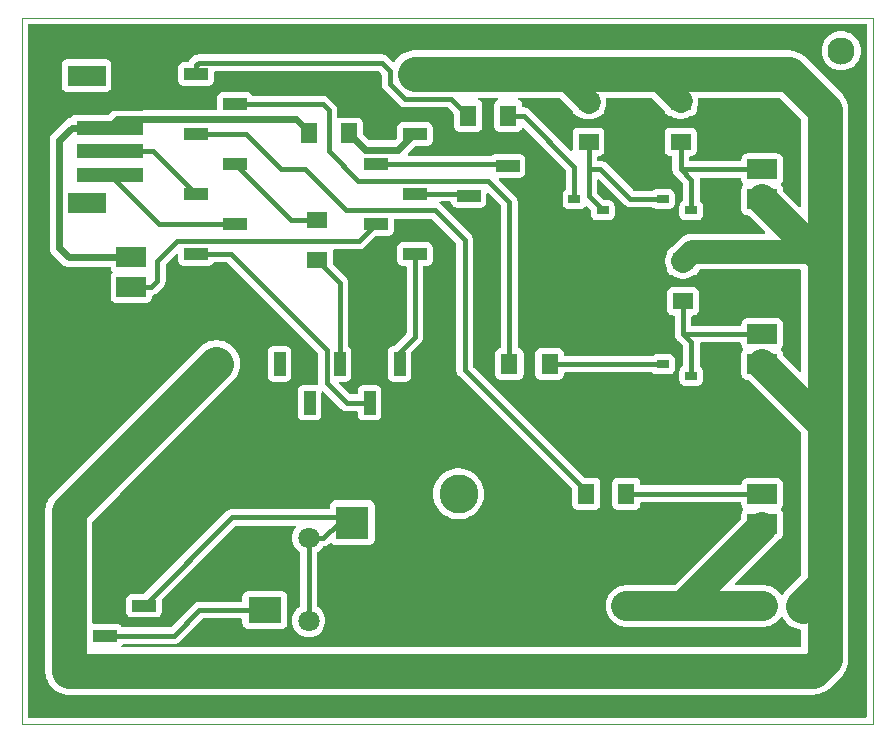
<source format=gbr>
%TF.GenerationSoftware,KiCad,Pcbnew,8.0.0*%
%TF.CreationDate,2024-03-28T17:58:10+02:00*%
%TF.ProjectId,xiao_esp32c3,7869616f-5f65-4737-9033-3263332e6b69,rev?*%
%TF.SameCoordinates,Original*%
%TF.FileFunction,Copper,L1,Top*%
%TF.FilePolarity,Positive*%
%FSLAX46Y46*%
G04 Gerber Fmt 4.6, Leading zero omitted, Abs format (unit mm)*
G04 Created by KiCad (PCBNEW 8.0.0) date 2024-03-28 17:58:10*
%MOMM*%
%LPD*%
G01*
G04 APERTURE LIST*
%TA.AperFunction,ComponentPad*%
%ADD10C,3.300000*%
%TD*%
%TA.AperFunction,ComponentPad*%
%ADD11C,2.300000*%
%TD*%
%TA.AperFunction,SMDPad,CuDef*%
%ADD12R,1.700000X1.400000*%
%TD*%
%TA.AperFunction,SMDPad,CuDef*%
%ADD13R,2.800000X2.200000*%
%TD*%
%TA.AperFunction,SMDPad,CuDef*%
%ADD14R,2.800000X2.800000*%
%TD*%
%TA.AperFunction,ComponentPad*%
%ADD15C,1.800000*%
%TD*%
%TA.AperFunction,SMDPad,CuDef*%
%ADD16R,1.400000X1.700000*%
%TD*%
%TA.AperFunction,SMDPad,CuDef*%
%ADD17R,2.000000X1.000000*%
%TD*%
%TA.AperFunction,SMDPad,CuDef*%
%ADD18R,1.000000X0.700000*%
%TD*%
%TA.AperFunction,SMDPad,CuDef*%
%ADD19R,2.500000X1.700000*%
%TD*%
%TA.AperFunction,SMDPad,CuDef*%
%ADD20R,1.000000X2.000000*%
%TD*%
%TA.AperFunction,SMDPad,CuDef*%
%ADD21R,3.200000X1.800000*%
%TD*%
%TA.AperFunction,SMDPad,CuDef*%
%ADD22R,5.700000X1.200000*%
%TD*%
%TA.AperFunction,Conductor*%
%ADD23C,0.400000*%
%TD*%
%TA.AperFunction,Conductor*%
%ADD24C,0.600000*%
%TD*%
%TA.AperFunction,Conductor*%
%ADD25C,2.000000*%
%TD*%
%TA.AperFunction,Conductor*%
%ADD26C,3.000000*%
%TD*%
%TA.AperFunction,Conductor*%
%ADD27C,2.500000*%
%TD*%
%TA.AperFunction,Profile*%
%ADD28C,0.050000*%
%TD*%
G04 APERTURE END LIST*
D10*
X76000000Y-78000000D03*
D11*
X108400000Y-40500000D03*
D12*
X64000000Y-54800000D03*
X64000000Y-58200000D03*
D13*
X59600000Y-87850000D03*
D14*
X67000000Y-80450000D03*
D15*
X63300000Y-81750000D03*
X63300000Y-88750000D03*
D13*
X67000000Y-89850000D03*
D16*
X63300000Y-47500000D03*
X66700000Y-47500000D03*
X105200000Y-87500000D03*
X101800000Y-87500000D03*
D17*
X49350000Y-87480000D03*
X46050000Y-90020000D03*
D18*
X93300000Y-67050000D03*
X93300000Y-68950000D03*
X95700000Y-68000000D03*
D19*
X101700000Y-61950000D03*
X101700000Y-64490000D03*
X101700000Y-67030000D03*
D17*
X53760000Y-42460000D03*
X57060000Y-45000000D03*
X53760000Y-47540000D03*
X57060000Y-50080000D03*
X53760000Y-52620000D03*
X57060000Y-55160000D03*
X53760000Y-57700000D03*
X72300000Y-57700000D03*
X69000000Y-55160000D03*
X72300000Y-52620000D03*
X69000000Y-50080000D03*
X72300000Y-47540000D03*
X69000000Y-45000000D03*
X72300000Y-42460000D03*
D12*
X95000000Y-58300000D03*
X95000000Y-61700000D03*
D20*
X71000000Y-67000000D03*
X68460000Y-70300000D03*
X65920000Y-67000000D03*
X63380000Y-70300000D03*
X60840000Y-67000000D03*
D18*
X85800000Y-53050000D03*
X85800000Y-54950000D03*
X88200000Y-54000000D03*
D16*
X80200000Y-46000000D03*
X76800000Y-46000000D03*
X86800000Y-78000000D03*
X90200000Y-78000000D03*
D12*
X87000000Y-44800000D03*
X87000000Y-48200000D03*
D21*
X44500000Y-42600000D03*
X44500000Y-53400000D03*
D22*
X46500000Y-45000000D03*
X46500000Y-47000000D03*
X46500000Y-49000000D03*
X46500000Y-51000000D03*
D17*
X80150000Y-50230000D03*
X76850000Y-52770000D03*
D16*
X90200000Y-87500000D03*
X86800000Y-87500000D03*
X83700000Y-67000000D03*
X80300000Y-67000000D03*
D18*
X93300000Y-53050000D03*
X93300000Y-54950000D03*
X95700000Y-54000000D03*
D12*
X94800000Y-44800000D03*
X94800000Y-48200000D03*
D19*
X48300000Y-63050000D03*
X48300000Y-60510000D03*
X48300000Y-57970000D03*
X101700000Y-48000000D03*
X101700000Y-50540000D03*
X101700000Y-53080000D03*
X101700000Y-75500000D03*
X101700000Y-78040000D03*
X101700000Y-80580000D03*
D20*
X55500000Y-67000000D03*
X58040000Y-70300000D03*
D23*
X76700000Y-52620000D02*
X76850000Y-52770000D01*
X72300000Y-52620000D02*
X76700000Y-52620000D01*
X80000000Y-50080000D02*
X80150000Y-50230000D01*
X69000000Y-50080000D02*
X80000000Y-50080000D01*
D24*
X70880000Y-48880000D02*
X72260000Y-47500000D01*
X68080000Y-48880000D02*
X70880000Y-48880000D01*
X66700000Y-47500000D02*
X68080000Y-48880000D01*
X43030000Y-57970000D02*
X48300000Y-57970000D01*
X43000000Y-58000000D02*
X43030000Y-57970000D01*
X42200000Y-48050000D02*
X42200000Y-57200000D01*
X43250000Y-47000000D02*
X42200000Y-48050000D01*
X46500000Y-47000000D02*
X43250000Y-47000000D01*
X42200000Y-57200000D02*
X43000000Y-58000000D01*
D23*
X53760000Y-41740000D02*
X53760000Y-42460000D01*
X70200000Y-43329848D02*
X70200000Y-42200000D01*
X70200000Y-42200000D02*
X69500000Y-41500000D01*
X54000000Y-41500000D02*
X53760000Y-41740000D01*
X71430152Y-44560000D02*
X70200000Y-43329848D01*
X69500000Y-41500000D02*
X54000000Y-41500000D01*
X75360000Y-44560000D02*
X71430152Y-44560000D01*
X76800000Y-46000000D02*
X75360000Y-44560000D01*
D25*
X95000000Y-58300000D02*
X95800000Y-57500000D01*
X95800000Y-57500000D02*
X106120000Y-57500000D01*
X106120000Y-57500000D02*
X106920000Y-58300000D01*
D23*
X65920000Y-60120000D02*
X65920000Y-67000000D01*
X64000000Y-58200000D02*
X65920000Y-60120000D01*
X61780000Y-54800000D02*
X57060000Y-50080000D01*
X64000000Y-54800000D02*
X61780000Y-54800000D01*
X64820000Y-68600000D02*
X64820000Y-65820000D01*
X66520000Y-70300000D02*
X64820000Y-68600000D01*
X56700000Y-57700000D02*
X53760000Y-57700000D01*
X68460000Y-70300000D02*
X66520000Y-70300000D01*
X64820000Y-65820000D02*
X56700000Y-57700000D01*
X72300000Y-64700000D02*
X72300000Y-57700000D01*
X71000000Y-66000000D02*
X72300000Y-64700000D01*
X71000000Y-67000000D02*
X71000000Y-66000000D01*
D26*
X106000000Y-93000000D02*
X43000000Y-93000000D01*
X43000000Y-79500000D02*
X55500000Y-67000000D01*
X43000000Y-93000000D02*
X43000000Y-79500000D01*
X107000000Y-85700000D02*
X107000000Y-92000000D01*
X107000000Y-92000000D02*
X106000000Y-93000000D01*
D23*
X56830000Y-80000000D02*
X66550000Y-80000000D01*
X49350000Y-87480000D02*
X56830000Y-80000000D01*
X54050000Y-87850000D02*
X59600000Y-87850000D01*
X51880000Y-90020000D02*
X54050000Y-87850000D01*
X46050000Y-90020000D02*
X51880000Y-90020000D01*
X65850000Y-80450000D02*
X64550000Y-81750000D01*
X66550000Y-80000000D02*
X67000000Y-80450000D01*
X67000000Y-80450000D02*
X65850000Y-80450000D01*
X64550000Y-81750000D02*
X63300000Y-81750000D01*
X63300000Y-81750000D02*
X63300000Y-88750000D01*
D26*
X107000000Y-85700000D02*
X105200000Y-87500000D01*
D27*
X101700000Y-53080000D02*
X107000000Y-58380000D01*
D26*
X72300000Y-42460000D02*
X85000000Y-42460000D01*
X107000000Y-45500000D02*
X107000000Y-85700000D01*
X103960000Y-42460000D02*
X107000000Y-45500000D01*
X85000000Y-42460000D02*
X92500000Y-42460000D01*
X92500000Y-42460000D02*
X103960000Y-42460000D01*
D23*
X85000000Y-42800000D02*
X85000000Y-42460000D01*
D25*
X87000000Y-44800000D02*
X85000000Y-42800000D01*
D27*
X101700000Y-67030000D02*
X107000000Y-72330000D01*
D23*
X94800000Y-44800000D02*
X94800000Y-44760000D01*
D25*
X94800000Y-44760000D02*
X92500000Y-42460000D01*
D23*
X106920000Y-58300000D02*
X107000000Y-58380000D01*
X94840000Y-50540000D02*
X95700000Y-51400000D01*
X101700000Y-50540000D02*
X94840000Y-50540000D01*
X94800000Y-50500000D02*
X94840000Y-50540000D01*
X94800000Y-48200000D02*
X94800000Y-50500000D01*
X95700000Y-51400000D02*
X95700000Y-54000000D01*
X101700000Y-64490000D02*
X95010000Y-64490000D01*
X95010000Y-64490000D02*
X95700000Y-65180000D01*
X95700000Y-65180000D02*
X95700000Y-68000000D01*
X95010000Y-64490000D02*
X95000000Y-64500000D01*
X95000000Y-64500000D02*
X95000000Y-61700000D01*
X46500000Y-49000000D02*
X50140000Y-49000000D01*
X50140000Y-49000000D02*
X53760000Y-52620000D01*
X50660000Y-55160000D02*
X57060000Y-55160000D01*
X46500000Y-51000000D02*
X50660000Y-55160000D01*
X72260000Y-47500000D02*
X72300000Y-47540000D01*
D24*
X62240000Y-46300000D02*
X47060000Y-46300000D01*
X63300000Y-47360000D02*
X62240000Y-46300000D01*
X47060000Y-46300000D02*
X46500000Y-46860000D01*
D27*
X95000000Y-87500000D02*
X101800000Y-87500000D01*
D23*
X101700000Y-80580000D02*
X101700000Y-80800000D01*
D27*
X101700000Y-80800000D02*
X95000000Y-87500000D01*
X95000000Y-87500000D02*
X90200000Y-87500000D01*
D23*
X90200000Y-78000000D02*
X101660000Y-78000000D01*
X101660000Y-78000000D02*
X101700000Y-78040000D01*
X49950000Y-60510000D02*
X48300000Y-60510000D01*
X67560000Y-56600000D02*
X52160000Y-56600000D01*
X50500000Y-59960000D02*
X49950000Y-60510000D01*
X50500000Y-58260000D02*
X50500000Y-59960000D01*
X69000000Y-55160000D02*
X67560000Y-56600000D01*
X52160000Y-56600000D02*
X50500000Y-58260000D01*
X53760000Y-47540000D02*
X58040000Y-47540000D01*
X61000000Y-50500000D02*
X63000000Y-50500000D01*
X86800000Y-77800000D02*
X86800000Y-78000000D01*
X76500000Y-56500000D02*
X76500000Y-67500000D01*
X74000000Y-54000000D02*
X76500000Y-56500000D01*
X66500000Y-54000000D02*
X74000000Y-54000000D01*
X63000000Y-50500000D02*
X66500000Y-54000000D01*
X76500000Y-67500000D02*
X86800000Y-77800000D01*
X58040000Y-47540000D02*
X61000000Y-50500000D01*
X64500000Y-45000000D02*
X65000000Y-45500000D01*
X80300000Y-53300000D02*
X80300000Y-67000000D01*
X65000000Y-45500000D02*
X65000000Y-49000000D01*
X78500000Y-51500000D02*
X80300000Y-53300000D01*
X67500000Y-51500000D02*
X78500000Y-51500000D01*
X57060000Y-45000000D02*
X64500000Y-45000000D01*
X65000000Y-49000000D02*
X67500000Y-51500000D01*
X81500000Y-46000000D02*
X85800000Y-50300000D01*
X80200000Y-46000000D02*
X81500000Y-46000000D01*
X85800000Y-50300000D02*
X85800000Y-53050000D01*
X90550000Y-53050000D02*
X93300000Y-53050000D01*
X87000000Y-50500000D02*
X87000000Y-51000000D01*
X88000000Y-50500000D02*
X90550000Y-53050000D01*
X88000000Y-50500000D02*
X87000000Y-50500000D01*
X87000000Y-51000000D02*
X87000000Y-52800000D01*
X87000000Y-52800000D02*
X88200000Y-54000000D01*
X87000000Y-48200000D02*
X87000000Y-50500000D01*
X93250000Y-67000000D02*
X93300000Y-67050000D01*
X83700000Y-67000000D02*
X93250000Y-67000000D01*
%TA.AperFunction,Conductor*%
G36*
X110492539Y-38220185D02*
G01*
X110538294Y-38272989D01*
X110549500Y-38324500D01*
X110549500Y-96875500D01*
X110529815Y-96942539D01*
X110477011Y-96988294D01*
X110425500Y-96999500D01*
X39624500Y-96999500D01*
X39557461Y-96979815D01*
X39511706Y-96927011D01*
X39500500Y-96875500D01*
X39500500Y-93131127D01*
X40999500Y-93131127D01*
X41024611Y-93321851D01*
X41033730Y-93391116D01*
X41101602Y-93644418D01*
X41101605Y-93644428D01*
X41201953Y-93886690D01*
X41201958Y-93886700D01*
X41333075Y-94113803D01*
X41492718Y-94321851D01*
X41492726Y-94321860D01*
X41678140Y-94507274D01*
X41678147Y-94507280D01*
X41678149Y-94507282D01*
X41726554Y-94544424D01*
X41886196Y-94666924D01*
X42113299Y-94798041D01*
X42113309Y-94798046D01*
X42355571Y-94898394D01*
X42355581Y-94898398D01*
X42608884Y-94966270D01*
X42868880Y-95000500D01*
X42868887Y-95000500D01*
X106131113Y-95000500D01*
X106131120Y-95000500D01*
X106261118Y-94983385D01*
X106391116Y-94966271D01*
X106644419Y-94898398D01*
X106886697Y-94798043D01*
X107113803Y-94666924D01*
X107204131Y-94597611D01*
X107321851Y-94507283D01*
X108507283Y-93321851D01*
X108597611Y-93204131D01*
X108666924Y-93113803D01*
X108798043Y-92886697D01*
X108898398Y-92644419D01*
X108907920Y-92608884D01*
X108966271Y-92391115D01*
X108981131Y-92278232D01*
X109000500Y-92131120D01*
X109000500Y-85568880D01*
X109000500Y-45368880D01*
X108974078Y-45168189D01*
X108966271Y-45108884D01*
X108898398Y-44855581D01*
X108798043Y-44613303D01*
X108792612Y-44603897D01*
X108764770Y-44555672D01*
X108666927Y-44386201D01*
X108564970Y-44253329D01*
X108564970Y-44253328D01*
X108564968Y-44253327D01*
X108562270Y-44249811D01*
X108507283Y-44178149D01*
X108507282Y-44178148D01*
X108507278Y-44178143D01*
X105281856Y-40952721D01*
X105281849Y-40952715D01*
X105117257Y-40826420D01*
X105117255Y-40826418D01*
X105073810Y-40793080D01*
X104846700Y-40661958D01*
X104846690Y-40661954D01*
X104604419Y-40561602D01*
X104374519Y-40500000D01*
X106744396Y-40500000D01*
X106764778Y-40758990D01*
X106825427Y-41011610D01*
X106924843Y-41251623D01*
X106924845Y-41251627D01*
X106924846Y-41251628D01*
X107060588Y-41473140D01*
X107229311Y-41670689D01*
X107426860Y-41839412D01*
X107648372Y-41975154D01*
X107648374Y-41975154D01*
X107648376Y-41975156D01*
X107709693Y-42000554D01*
X107888390Y-42074573D01*
X108141006Y-42135221D01*
X108400000Y-42155604D01*
X108658994Y-42135221D01*
X108911610Y-42074573D01*
X109151628Y-41975154D01*
X109373140Y-41839412D01*
X109570689Y-41670689D01*
X109739412Y-41473140D01*
X109875154Y-41251628D01*
X109974573Y-41011610D01*
X110035221Y-40758994D01*
X110055604Y-40500000D01*
X110035221Y-40241006D01*
X109974573Y-39988390D01*
X109875154Y-39748372D01*
X109739412Y-39526860D01*
X109570689Y-39329311D01*
X109373140Y-39160588D01*
X109151628Y-39024846D01*
X109151627Y-39024845D01*
X109151623Y-39024843D01*
X108985627Y-38956086D01*
X108911610Y-38925427D01*
X108911611Y-38925427D01*
X108773921Y-38892370D01*
X108658994Y-38864779D01*
X108658992Y-38864778D01*
X108658991Y-38864778D01*
X108400000Y-38844396D01*
X108141009Y-38864778D01*
X107888389Y-38925427D01*
X107648376Y-39024843D01*
X107426859Y-39160588D01*
X107229311Y-39329311D01*
X107060588Y-39526859D01*
X106924843Y-39748376D01*
X106825427Y-39988389D01*
X106764778Y-40241009D01*
X106744396Y-40500000D01*
X104374519Y-40500000D01*
X104351116Y-40493729D01*
X104351115Y-40493728D01*
X104351112Y-40493728D01*
X104221118Y-40476615D01*
X104091127Y-40459500D01*
X104091120Y-40459500D01*
X92631120Y-40459500D01*
X85131120Y-40459500D01*
X72168880Y-40459500D01*
X72168872Y-40459500D01*
X71937772Y-40489926D01*
X71908884Y-40493730D01*
X71655581Y-40561602D01*
X71655571Y-40561605D01*
X71413309Y-40661953D01*
X71413299Y-40661958D01*
X71186196Y-40793075D01*
X70978148Y-40952718D01*
X70792718Y-41138148D01*
X70633083Y-41346186D01*
X70633078Y-41346193D01*
X70633076Y-41346197D01*
X70633075Y-41346199D01*
X70605449Y-41394047D01*
X70554882Y-41442261D01*
X70486274Y-41455483D01*
X70421410Y-41429514D01*
X70410382Y-41419726D01*
X69946546Y-40955888D01*
X69946545Y-40955887D01*
X69831807Y-40879222D01*
X69704332Y-40826421D01*
X69704322Y-40826418D01*
X69568996Y-40799500D01*
X69568994Y-40799500D01*
X69568993Y-40799500D01*
X53931007Y-40799500D01*
X53931003Y-40799500D01*
X53822590Y-40821065D01*
X53822589Y-40821065D01*
X53795681Y-40826418D01*
X53795671Y-40826420D01*
X53668190Y-40879224D01*
X53553454Y-40955887D01*
X53215887Y-41293454D01*
X53183149Y-41342452D01*
X53180646Y-41346198D01*
X53148674Y-41394047D01*
X53141762Y-41404392D01*
X53088149Y-41449196D01*
X53038660Y-41459500D01*
X52712130Y-41459500D01*
X52712123Y-41459501D01*
X52652516Y-41465908D01*
X52517671Y-41516202D01*
X52517664Y-41516206D01*
X52402455Y-41602452D01*
X52402452Y-41602455D01*
X52316206Y-41717664D01*
X52316202Y-41717671D01*
X52265908Y-41852517D01*
X52259501Y-41912116D01*
X52259500Y-41912135D01*
X52259500Y-43007870D01*
X52259501Y-43007876D01*
X52265908Y-43067483D01*
X52316202Y-43202328D01*
X52316206Y-43202335D01*
X52402452Y-43317544D01*
X52402455Y-43317547D01*
X52517664Y-43403793D01*
X52517671Y-43403797D01*
X52652517Y-43454091D01*
X52652516Y-43454091D01*
X52659444Y-43454835D01*
X52712127Y-43460500D01*
X54807872Y-43460499D01*
X54867483Y-43454091D01*
X55002331Y-43403796D01*
X55117546Y-43317546D01*
X55203796Y-43202331D01*
X55254091Y-43067483D01*
X55260500Y-43007873D01*
X55260499Y-42324499D01*
X55280183Y-42257461D01*
X55332987Y-42211706D01*
X55384499Y-42200500D01*
X69158481Y-42200500D01*
X69225520Y-42220185D01*
X69246162Y-42236819D01*
X69463181Y-42453837D01*
X69496666Y-42515160D01*
X69499500Y-42541518D01*
X69499500Y-43260854D01*
X69499500Y-43398842D01*
X69499500Y-43398844D01*
X69499499Y-43398844D01*
X69526418Y-43534170D01*
X69526421Y-43534180D01*
X69579222Y-43661655D01*
X69655887Y-43776393D01*
X70983606Y-45104112D01*
X71098344Y-45180777D01*
X71209965Y-45227011D01*
X71225824Y-45233580D01*
X71225828Y-45233580D01*
X71225829Y-45233581D01*
X71361155Y-45260500D01*
X71361158Y-45260500D01*
X71361159Y-45260500D01*
X75018481Y-45260500D01*
X75085520Y-45280185D01*
X75106162Y-45296819D01*
X75563181Y-45753838D01*
X75596666Y-45815161D01*
X75599500Y-45841519D01*
X75599500Y-46897870D01*
X75599501Y-46897876D01*
X75605908Y-46957483D01*
X75656202Y-47092328D01*
X75656206Y-47092335D01*
X75742452Y-47207544D01*
X75742455Y-47207547D01*
X75857664Y-47293793D01*
X75857671Y-47293797D01*
X75992517Y-47344091D01*
X75992516Y-47344091D01*
X75999444Y-47344835D01*
X76052127Y-47350500D01*
X77547872Y-47350499D01*
X77607483Y-47344091D01*
X77742331Y-47293796D01*
X77857546Y-47207546D01*
X77943796Y-47092331D01*
X77994091Y-46957483D01*
X78000500Y-46897873D01*
X78000499Y-45102128D01*
X77994091Y-45042517D01*
X77947685Y-44918097D01*
X77943797Y-44907671D01*
X77943793Y-44907664D01*
X77857547Y-44792455D01*
X77857544Y-44792452D01*
X77742335Y-44706206D01*
X77742328Y-44706202D01*
X77727527Y-44700682D01*
X77671593Y-44658811D01*
X77647176Y-44593346D01*
X77662028Y-44525073D01*
X77711433Y-44475668D01*
X77770860Y-44460500D01*
X79229140Y-44460500D01*
X79296179Y-44480185D01*
X79341934Y-44532989D01*
X79351878Y-44602147D01*
X79322853Y-44665703D01*
X79272473Y-44700682D01*
X79257671Y-44706202D01*
X79257664Y-44706206D01*
X79142455Y-44792452D01*
X79142452Y-44792455D01*
X79056206Y-44907664D01*
X79056202Y-44907671D01*
X79005908Y-45042517D01*
X78999501Y-45102116D01*
X78999501Y-45102123D01*
X78999500Y-45102135D01*
X78999500Y-46897870D01*
X78999501Y-46897876D01*
X79005908Y-46957483D01*
X79056202Y-47092328D01*
X79056206Y-47092335D01*
X79142452Y-47207544D01*
X79142455Y-47207547D01*
X79257664Y-47293793D01*
X79257671Y-47293797D01*
X79392517Y-47344091D01*
X79392516Y-47344091D01*
X79399444Y-47344835D01*
X79452127Y-47350500D01*
X80947872Y-47350499D01*
X81007483Y-47344091D01*
X81142331Y-47293796D01*
X81257546Y-47207546D01*
X81343796Y-47092331D01*
X81343797Y-47092328D01*
X81343798Y-47092327D01*
X81346421Y-47085294D01*
X81388290Y-47029359D01*
X81453754Y-47004939D01*
X81522027Y-47019789D01*
X81550285Y-47040942D01*
X85063181Y-50553837D01*
X85096666Y-50615160D01*
X85099500Y-50641518D01*
X85099500Y-52162819D01*
X85079815Y-52229858D01*
X85049812Y-52262085D01*
X84942452Y-52342455D01*
X84856206Y-52457664D01*
X84856202Y-52457671D01*
X84805908Y-52592517D01*
X84800748Y-52640517D01*
X84799501Y-52652123D01*
X84799500Y-52652135D01*
X84799500Y-53447870D01*
X84799501Y-53447876D01*
X84805908Y-53507483D01*
X84856202Y-53642328D01*
X84856206Y-53642335D01*
X84942452Y-53757544D01*
X84942455Y-53757547D01*
X85057664Y-53843793D01*
X85057671Y-53843797D01*
X85192517Y-53894091D01*
X85192516Y-53894091D01*
X85199444Y-53894835D01*
X85252127Y-53900500D01*
X86347872Y-53900499D01*
X86407483Y-53894091D01*
X86542331Y-53843796D01*
X86657546Y-53757546D01*
X86704224Y-53695192D01*
X86760153Y-53653324D01*
X86829844Y-53648340D01*
X86891165Y-53681822D01*
X86891168Y-53681825D01*
X87163181Y-53953838D01*
X87196666Y-54015161D01*
X87199500Y-54041519D01*
X87199500Y-54397869D01*
X87199501Y-54397876D01*
X87205908Y-54457483D01*
X87256202Y-54592328D01*
X87256206Y-54592335D01*
X87342452Y-54707544D01*
X87342455Y-54707547D01*
X87457664Y-54793793D01*
X87457671Y-54793797D01*
X87592517Y-54844091D01*
X87592516Y-54844091D01*
X87599444Y-54844835D01*
X87652127Y-54850500D01*
X88747872Y-54850499D01*
X88807483Y-54844091D01*
X88942331Y-54793796D01*
X89057546Y-54707546D01*
X89143796Y-54592331D01*
X89194091Y-54457483D01*
X89200500Y-54397873D01*
X89200499Y-53602128D01*
X89194091Y-53542517D01*
X89182832Y-53512331D01*
X89143797Y-53407671D01*
X89143793Y-53407664D01*
X89057547Y-53292455D01*
X89057544Y-53292452D01*
X88942335Y-53206206D01*
X88942328Y-53206202D01*
X88807482Y-53155908D01*
X88807483Y-53155908D01*
X88747883Y-53149501D01*
X88747881Y-53149500D01*
X88747873Y-53149500D01*
X88747865Y-53149500D01*
X88391519Y-53149500D01*
X88324480Y-53129815D01*
X88303838Y-53113181D01*
X87736819Y-52546162D01*
X87703334Y-52484839D01*
X87700500Y-52458481D01*
X87700500Y-51490519D01*
X87720185Y-51423480D01*
X87772989Y-51377725D01*
X87842147Y-51367781D01*
X87905703Y-51396806D01*
X87912181Y-51402838D01*
X90103453Y-53594111D01*
X90103454Y-53594112D01*
X90218192Y-53670777D01*
X90345667Y-53723578D01*
X90345672Y-53723580D01*
X90345676Y-53723580D01*
X90345677Y-53723581D01*
X90481003Y-53750500D01*
X90481006Y-53750500D01*
X90481007Y-53750500D01*
X92391769Y-53750500D01*
X92458808Y-53770185D01*
X92466080Y-53775233D01*
X92557668Y-53843795D01*
X92557671Y-53843797D01*
X92692517Y-53894091D01*
X92692516Y-53894091D01*
X92699444Y-53894835D01*
X92752127Y-53900500D01*
X93847872Y-53900499D01*
X93907483Y-53894091D01*
X94042331Y-53843796D01*
X94157546Y-53757546D01*
X94243796Y-53642331D01*
X94294091Y-53507483D01*
X94300500Y-53447873D01*
X94300499Y-52652128D01*
X94294091Y-52592517D01*
X94277041Y-52546804D01*
X94243797Y-52457671D01*
X94243793Y-52457664D01*
X94157547Y-52342455D01*
X94157544Y-52342452D01*
X94042335Y-52256206D01*
X94042328Y-52256202D01*
X93907482Y-52205908D01*
X93907483Y-52205908D01*
X93847883Y-52199501D01*
X93847881Y-52199500D01*
X93847873Y-52199500D01*
X93847864Y-52199500D01*
X92752129Y-52199500D01*
X92752123Y-52199501D01*
X92692516Y-52205908D01*
X92557671Y-52256202D01*
X92557668Y-52256204D01*
X92466080Y-52324767D01*
X92400615Y-52349184D01*
X92391769Y-52349500D01*
X90891519Y-52349500D01*
X90824480Y-52329815D01*
X90803838Y-52313181D01*
X88446546Y-49955888D01*
X88446545Y-49955887D01*
X88331807Y-49879222D01*
X88204332Y-49826421D01*
X88204322Y-49826418D01*
X88068996Y-49799500D01*
X88068994Y-49799500D01*
X88068993Y-49799500D01*
X87824500Y-49799500D01*
X87757461Y-49779815D01*
X87711706Y-49727011D01*
X87700500Y-49675500D01*
X87700500Y-49524499D01*
X87720185Y-49457460D01*
X87772989Y-49411705D01*
X87824500Y-49400499D01*
X87897871Y-49400499D01*
X87897872Y-49400499D01*
X87957483Y-49394091D01*
X88092331Y-49343796D01*
X88207546Y-49257546D01*
X88293796Y-49142331D01*
X88344091Y-49007483D01*
X88350500Y-48947873D01*
X88350499Y-47452128D01*
X88344091Y-47392517D01*
X88328419Y-47350499D01*
X88293797Y-47257671D01*
X88293793Y-47257664D01*
X88207547Y-47142455D01*
X88207544Y-47142452D01*
X88092335Y-47056206D01*
X88092328Y-47056202D01*
X87957482Y-47005908D01*
X87957483Y-47005908D01*
X87897883Y-46999501D01*
X87897881Y-46999500D01*
X87897873Y-46999500D01*
X87897864Y-46999500D01*
X86102129Y-46999500D01*
X86102123Y-46999501D01*
X86042516Y-47005908D01*
X85907671Y-47056202D01*
X85907664Y-47056206D01*
X85792455Y-47142452D01*
X85792452Y-47142455D01*
X85706206Y-47257664D01*
X85706202Y-47257671D01*
X85655908Y-47392517D01*
X85652071Y-47428211D01*
X85649501Y-47452123D01*
X85649500Y-47452135D01*
X85649500Y-48859482D01*
X85629815Y-48926521D01*
X85577011Y-48972276D01*
X85507853Y-48982220D01*
X85444297Y-48953195D01*
X85437819Y-48947163D01*
X81946546Y-45455888D01*
X81946545Y-45455887D01*
X81831807Y-45379222D01*
X81704332Y-45326421D01*
X81704322Y-45326418D01*
X81568996Y-45299500D01*
X81568994Y-45299500D01*
X81568993Y-45299500D01*
X81524499Y-45299500D01*
X81457460Y-45279815D01*
X81411705Y-45227011D01*
X81400499Y-45175500D01*
X81400499Y-45102129D01*
X81400498Y-45102123D01*
X81400497Y-45102116D01*
X81394091Y-45042517D01*
X81347685Y-44918097D01*
X81343797Y-44907671D01*
X81343793Y-44907664D01*
X81257547Y-44792455D01*
X81257544Y-44792452D01*
X81142335Y-44706206D01*
X81142328Y-44706202D01*
X81127527Y-44700682D01*
X81071593Y-44658811D01*
X81047176Y-44593346D01*
X81062028Y-44525073D01*
X81111433Y-44475668D01*
X81170860Y-44460500D01*
X84487111Y-44460500D01*
X84554150Y-44480185D01*
X84574792Y-44496819D01*
X85621868Y-45543895D01*
X85654864Y-45603060D01*
X85655909Y-45607485D01*
X85706202Y-45742328D01*
X85706206Y-45742335D01*
X85792452Y-45857544D01*
X85792455Y-45857547D01*
X85907664Y-45943793D01*
X85907671Y-45943797D01*
X86042516Y-45994091D01*
X86050773Y-45994978D01*
X86066212Y-45996638D01*
X86125845Y-46019609D01*
X86213566Y-46083343D01*
X86424008Y-46190568D01*
X86648631Y-46263553D01*
X86736109Y-46277408D01*
X86881903Y-46300500D01*
X86881908Y-46300500D01*
X87118097Y-46300500D01*
X87351368Y-46263553D01*
X87396157Y-46249000D01*
X87575992Y-46190568D01*
X87786433Y-46083343D01*
X87874152Y-46019610D01*
X87933786Y-45996638D01*
X87934400Y-45996571D01*
X87957483Y-45994091D01*
X88092331Y-45943796D01*
X88207546Y-45857546D01*
X88293796Y-45742331D01*
X88344091Y-45607483D01*
X88345906Y-45590604D01*
X88350499Y-45547886D01*
X88350499Y-45547882D01*
X88350500Y-45547873D01*
X88350499Y-45484399D01*
X88364014Y-45428105D01*
X88390568Y-45375992D01*
X88463553Y-45151368D01*
X88471354Y-45102116D01*
X88500500Y-44918097D01*
X88500500Y-44681902D01*
X88488145Y-44603898D01*
X88497099Y-44534605D01*
X88542095Y-44481153D01*
X88608847Y-44460513D01*
X88610618Y-44460500D01*
X92327111Y-44460500D01*
X92394150Y-44480185D01*
X92414792Y-44496819D01*
X93416599Y-45498626D01*
X93450084Y-45559949D01*
X93452208Y-45573054D01*
X93455908Y-45607483D01*
X93506202Y-45742328D01*
X93506206Y-45742335D01*
X93592452Y-45857544D01*
X93592455Y-45857547D01*
X93707664Y-45943793D01*
X93707671Y-45943797D01*
X93842516Y-45994091D01*
X93888329Y-45999016D01*
X93902108Y-46000498D01*
X93902118Y-46000499D01*
X93902127Y-46000500D01*
X93914301Y-46000499D01*
X93981340Y-46020179D01*
X93987192Y-46024180D01*
X94013566Y-46043343D01*
X94224008Y-46150568D01*
X94448631Y-46223553D01*
X94536109Y-46237408D01*
X94681903Y-46260500D01*
X94681908Y-46260500D01*
X94918097Y-46260500D01*
X95151368Y-46223553D01*
X95204756Y-46206206D01*
X95375992Y-46150568D01*
X95586433Y-46043343D01*
X95612807Y-46024181D01*
X95678613Y-46000701D01*
X95685692Y-46000499D01*
X95697871Y-46000499D01*
X95697872Y-46000499D01*
X95757483Y-45994091D01*
X95892331Y-45943796D01*
X96007546Y-45857546D01*
X96093796Y-45742331D01*
X96144091Y-45607483D01*
X96145906Y-45590604D01*
X96150499Y-45547886D01*
X96150499Y-45547882D01*
X96150500Y-45547873D01*
X96150499Y-45444399D01*
X96164014Y-45388105D01*
X96190568Y-45335992D01*
X96263553Y-45111368D01*
X96274458Y-45042516D01*
X96300500Y-44878097D01*
X96300500Y-44641907D01*
X96294480Y-44603897D01*
X96303436Y-44534604D01*
X96348433Y-44481152D01*
X96415184Y-44460513D01*
X96416954Y-44460500D01*
X103080004Y-44460500D01*
X103147043Y-44480185D01*
X103167685Y-44496819D01*
X104963181Y-46292315D01*
X104996666Y-46353638D01*
X104999500Y-46379996D01*
X104999500Y-53604557D01*
X104979815Y-53671596D01*
X104927011Y-53717351D01*
X104857853Y-53727295D01*
X104794297Y-53698270D01*
X104787819Y-53692238D01*
X103486818Y-52391237D01*
X103453333Y-52329914D01*
X103450499Y-52303556D01*
X103450499Y-52182129D01*
X103450498Y-52182123D01*
X103450497Y-52182116D01*
X103444091Y-52122517D01*
X103443441Y-52120775D01*
X103393797Y-51987671D01*
X103393795Y-51987668D01*
X103316421Y-51884309D01*
X103292004Y-51818848D01*
X103306855Y-51750575D01*
X103316416Y-51735696D01*
X103393796Y-51632331D01*
X103444091Y-51497483D01*
X103450500Y-51437873D01*
X103450499Y-49642128D01*
X103444091Y-49582517D01*
X103425295Y-49532123D01*
X103393797Y-49447671D01*
X103393793Y-49447664D01*
X103307547Y-49332455D01*
X103307544Y-49332452D01*
X103192335Y-49246206D01*
X103192328Y-49246202D01*
X103057482Y-49195908D01*
X103057483Y-49195908D01*
X102997883Y-49189501D01*
X102997881Y-49189500D01*
X102997873Y-49189500D01*
X102997864Y-49189500D01*
X100402129Y-49189500D01*
X100402123Y-49189501D01*
X100342516Y-49195908D01*
X100207671Y-49246202D01*
X100207664Y-49246206D01*
X100092455Y-49332452D01*
X100092452Y-49332455D01*
X100006206Y-49447664D01*
X100006202Y-49447671D01*
X99955908Y-49582517D01*
X99951608Y-49622516D01*
X99949501Y-49642123D01*
X99949500Y-49642135D01*
X99949500Y-49715500D01*
X99929815Y-49782539D01*
X99877011Y-49828294D01*
X99825500Y-49839500D01*
X95624500Y-49839500D01*
X95557461Y-49819815D01*
X95511706Y-49767011D01*
X95500500Y-49715500D01*
X95500500Y-49524499D01*
X95520185Y-49457460D01*
X95572989Y-49411705D01*
X95624500Y-49400499D01*
X95697871Y-49400499D01*
X95697872Y-49400499D01*
X95757483Y-49394091D01*
X95892331Y-49343796D01*
X96007546Y-49257546D01*
X96093796Y-49142331D01*
X96144091Y-49007483D01*
X96150500Y-48947873D01*
X96150499Y-47452128D01*
X96144091Y-47392517D01*
X96128419Y-47350499D01*
X96093797Y-47257671D01*
X96093793Y-47257664D01*
X96007547Y-47142455D01*
X96007544Y-47142452D01*
X95892335Y-47056206D01*
X95892328Y-47056202D01*
X95757482Y-47005908D01*
X95757483Y-47005908D01*
X95697883Y-46999501D01*
X95697881Y-46999500D01*
X95697873Y-46999500D01*
X95697864Y-46999500D01*
X93902129Y-46999500D01*
X93902123Y-46999501D01*
X93842516Y-47005908D01*
X93707671Y-47056202D01*
X93707664Y-47056206D01*
X93592455Y-47142452D01*
X93592452Y-47142455D01*
X93506206Y-47257664D01*
X93506202Y-47257671D01*
X93455908Y-47392517D01*
X93452071Y-47428211D01*
X93449501Y-47452123D01*
X93449500Y-47452135D01*
X93449500Y-48947870D01*
X93449501Y-48947876D01*
X93455908Y-49007483D01*
X93506202Y-49142328D01*
X93506206Y-49142335D01*
X93592452Y-49257544D01*
X93592455Y-49257547D01*
X93707664Y-49343793D01*
X93707671Y-49343797D01*
X93737084Y-49354767D01*
X93842517Y-49394091D01*
X93902127Y-49400500D01*
X93975500Y-49400499D01*
X94042538Y-49420183D01*
X94088294Y-49472986D01*
X94099500Y-49524499D01*
X94099500Y-50431006D01*
X94099500Y-50568994D01*
X94099500Y-50568996D01*
X94099499Y-50568996D01*
X94126418Y-50704322D01*
X94126421Y-50704332D01*
X94179222Y-50831807D01*
X94255887Y-50946545D01*
X94255888Y-50946546D01*
X94295884Y-50986541D01*
X94963181Y-51653838D01*
X94996666Y-51715161D01*
X94999500Y-51741519D01*
X94999500Y-53112819D01*
X94979815Y-53179858D01*
X94949812Y-53212085D01*
X94842452Y-53292455D01*
X94756206Y-53407664D01*
X94756202Y-53407671D01*
X94705908Y-53542517D01*
X94699816Y-53599184D01*
X94699501Y-53602123D01*
X94699500Y-53602135D01*
X94699500Y-54397870D01*
X94699501Y-54397876D01*
X94705908Y-54457483D01*
X94756202Y-54592328D01*
X94756206Y-54592335D01*
X94842452Y-54707544D01*
X94842455Y-54707547D01*
X94957664Y-54793793D01*
X94957671Y-54793797D01*
X95092517Y-54844091D01*
X95092516Y-54844091D01*
X95099444Y-54844835D01*
X95152127Y-54850500D01*
X96247872Y-54850499D01*
X96307483Y-54844091D01*
X96442331Y-54793796D01*
X96557546Y-54707546D01*
X96643796Y-54592331D01*
X96694091Y-54457483D01*
X96700500Y-54397873D01*
X96700499Y-53602128D01*
X96694091Y-53542517D01*
X96682832Y-53512331D01*
X96643797Y-53407671D01*
X96643793Y-53407664D01*
X96557547Y-53292455D01*
X96450188Y-53212085D01*
X96408318Y-53156151D01*
X96400500Y-53112819D01*
X96400500Y-51364500D01*
X96420185Y-51297461D01*
X96472989Y-51251706D01*
X96524500Y-51240500D01*
X99825501Y-51240500D01*
X99892540Y-51260185D01*
X99938295Y-51312989D01*
X99949501Y-51364500D01*
X99949501Y-51437876D01*
X99955908Y-51497483D01*
X100006202Y-51632328D01*
X100006203Y-51632330D01*
X100083578Y-51735689D01*
X100107995Y-51801153D01*
X100093144Y-51869426D01*
X100083578Y-51884311D01*
X100006203Y-51987669D01*
X100006202Y-51987671D01*
X99955908Y-52122517D01*
X99950419Y-52173578D01*
X99949501Y-52182123D01*
X99949500Y-52182135D01*
X99949500Y-53977870D01*
X99949501Y-53977876D01*
X99955908Y-54037483D01*
X100006202Y-54172328D01*
X100006206Y-54172335D01*
X100092452Y-54287544D01*
X100092455Y-54287547D01*
X100207664Y-54373793D01*
X100207671Y-54373797D01*
X100252618Y-54390561D01*
X100342517Y-54424091D01*
X100402127Y-54430500D01*
X100523556Y-54430499D01*
X100590595Y-54450183D01*
X100611237Y-54466818D01*
X101932238Y-55787819D01*
X101965723Y-55849142D01*
X101960739Y-55918834D01*
X101918867Y-55974767D01*
X101853403Y-55999184D01*
X101844557Y-55999500D01*
X95681903Y-55999500D01*
X95448631Y-56036446D01*
X95224003Y-56109433D01*
X95013566Y-56216657D01*
X94904819Y-56295667D01*
X94822490Y-56355483D01*
X94822488Y-56355485D01*
X94822487Y-56355485D01*
X94106103Y-57071869D01*
X94046933Y-57104866D01*
X94042513Y-57105910D01*
X93907671Y-57156202D01*
X93907664Y-57156206D01*
X93792455Y-57242452D01*
X93792452Y-57242455D01*
X93706206Y-57357664D01*
X93706202Y-57357671D01*
X93655908Y-57492517D01*
X93649501Y-57552116D01*
X93649500Y-57552135D01*
X93649500Y-57615599D01*
X93635985Y-57671893D01*
X93609430Y-57724009D01*
X93609430Y-57724011D01*
X93536447Y-57948627D01*
X93536447Y-57948630D01*
X93499500Y-58181902D01*
X93499500Y-58418097D01*
X93536447Y-58651369D01*
X93536447Y-58651372D01*
X93609431Y-58875990D01*
X93609431Y-58875991D01*
X93635985Y-58928107D01*
X93649500Y-58984399D01*
X93649500Y-59047869D01*
X93649501Y-59047876D01*
X93655908Y-59107483D01*
X93706202Y-59242328D01*
X93706206Y-59242335D01*
X93792452Y-59357544D01*
X93792455Y-59357547D01*
X93907664Y-59443793D01*
X93907671Y-59443797D01*
X94042516Y-59494091D01*
X94050773Y-59494978D01*
X94066212Y-59496638D01*
X94125845Y-59519609D01*
X94213566Y-59583343D01*
X94270074Y-59612135D01*
X94424003Y-59690566D01*
X94424005Y-59690566D01*
X94424008Y-59690568D01*
X94544412Y-59729689D01*
X94648631Y-59763553D01*
X94881903Y-59800500D01*
X94881908Y-59800500D01*
X95118097Y-59800500D01*
X95351368Y-59763553D01*
X95575992Y-59690568D01*
X95786434Y-59583343D01*
X95874154Y-59519609D01*
X95933786Y-59496638D01*
X95957483Y-59494091D01*
X96092331Y-59443796D01*
X96207546Y-59357546D01*
X96293796Y-59242331D01*
X96344091Y-59107483D01*
X96344091Y-59107474D01*
X96345133Y-59103070D01*
X96378141Y-59043885D01*
X96385221Y-59036806D01*
X96446549Y-59003330D01*
X96472890Y-59000500D01*
X104875500Y-59000500D01*
X104942539Y-59020185D01*
X104988294Y-59072989D01*
X104999500Y-59124500D01*
X104999500Y-67554557D01*
X104979815Y-67621596D01*
X104927011Y-67667351D01*
X104857853Y-67677295D01*
X104794297Y-67648270D01*
X104787819Y-67642238D01*
X103486818Y-66341237D01*
X103453333Y-66279914D01*
X103450499Y-66253556D01*
X103450499Y-66132129D01*
X103450498Y-66132123D01*
X103450497Y-66132116D01*
X103444091Y-66072517D01*
X103432901Y-66042516D01*
X103393797Y-65937671D01*
X103393795Y-65937668D01*
X103359994Y-65892516D01*
X103316421Y-65834309D01*
X103292004Y-65768848D01*
X103306855Y-65700575D01*
X103316416Y-65685696D01*
X103393796Y-65582331D01*
X103444091Y-65447483D01*
X103450500Y-65387873D01*
X103450499Y-63592128D01*
X103444091Y-63532517D01*
X103393796Y-63397669D01*
X103393795Y-63397668D01*
X103393793Y-63397664D01*
X103307547Y-63282455D01*
X103307544Y-63282452D01*
X103192335Y-63196206D01*
X103192328Y-63196202D01*
X103057482Y-63145908D01*
X103057483Y-63145908D01*
X102997883Y-63139501D01*
X102997881Y-63139500D01*
X102997873Y-63139500D01*
X102997864Y-63139500D01*
X100402129Y-63139500D01*
X100402123Y-63139501D01*
X100342516Y-63145908D01*
X100207671Y-63196202D01*
X100207664Y-63196206D01*
X100092455Y-63282452D01*
X100092452Y-63282455D01*
X100006206Y-63397664D01*
X100006202Y-63397671D01*
X99955908Y-63532517D01*
X99949501Y-63592116D01*
X99949501Y-63592123D01*
X99949500Y-63592135D01*
X99949500Y-63665500D01*
X99929815Y-63732539D01*
X99877011Y-63778294D01*
X99825500Y-63789500D01*
X95824500Y-63789500D01*
X95757461Y-63769815D01*
X95711706Y-63717011D01*
X95700500Y-63665500D01*
X95700500Y-63024499D01*
X95720185Y-62957460D01*
X95772989Y-62911705D01*
X95824500Y-62900499D01*
X95897871Y-62900499D01*
X95897872Y-62900499D01*
X95957483Y-62894091D01*
X96092331Y-62843796D01*
X96207546Y-62757546D01*
X96293796Y-62642331D01*
X96344091Y-62507483D01*
X96350500Y-62447873D01*
X96350499Y-60952128D01*
X96344091Y-60892517D01*
X96293796Y-60757669D01*
X96293795Y-60757668D01*
X96293793Y-60757664D01*
X96207547Y-60642455D01*
X96207544Y-60642452D01*
X96092335Y-60556206D01*
X96092328Y-60556202D01*
X95957482Y-60505908D01*
X95957483Y-60505908D01*
X95897883Y-60499501D01*
X95897881Y-60499500D01*
X95897873Y-60499500D01*
X95897864Y-60499500D01*
X94102129Y-60499500D01*
X94102123Y-60499501D01*
X94042516Y-60505908D01*
X93907671Y-60556202D01*
X93907664Y-60556206D01*
X93792455Y-60642452D01*
X93792452Y-60642455D01*
X93706206Y-60757664D01*
X93706202Y-60757671D01*
X93655908Y-60892517D01*
X93649501Y-60952116D01*
X93649501Y-60952123D01*
X93649500Y-60952135D01*
X93649500Y-62447870D01*
X93649501Y-62447876D01*
X93655908Y-62507483D01*
X93706202Y-62642328D01*
X93706206Y-62642335D01*
X93792452Y-62757544D01*
X93792455Y-62757547D01*
X93907664Y-62843793D01*
X93907671Y-62843797D01*
X93952618Y-62860561D01*
X94042517Y-62894091D01*
X94102127Y-62900500D01*
X94175500Y-62900499D01*
X94242538Y-62920183D01*
X94288294Y-62972986D01*
X94299500Y-63024499D01*
X94299500Y-64431006D01*
X94299500Y-64568994D01*
X94299500Y-64568996D01*
X94299499Y-64568996D01*
X94326418Y-64704322D01*
X94326421Y-64704332D01*
X94379222Y-64831807D01*
X94455887Y-64946545D01*
X94553454Y-65044112D01*
X94553457Y-65044114D01*
X94603578Y-65077603D01*
X94622367Y-65093024D01*
X94963181Y-65433837D01*
X94996666Y-65495160D01*
X94999500Y-65521518D01*
X94999500Y-67112819D01*
X94979815Y-67179858D01*
X94949812Y-67212085D01*
X94842452Y-67292455D01*
X94756206Y-67407664D01*
X94756202Y-67407671D01*
X94705908Y-67542517D01*
X94699501Y-67602116D01*
X94699501Y-67602123D01*
X94699500Y-67602135D01*
X94699500Y-68397870D01*
X94699501Y-68397876D01*
X94705908Y-68457483D01*
X94756202Y-68592328D01*
X94756206Y-68592335D01*
X94842452Y-68707544D01*
X94842455Y-68707547D01*
X94957664Y-68793793D01*
X94957671Y-68793797D01*
X95092517Y-68844091D01*
X95092516Y-68844091D01*
X95099444Y-68844835D01*
X95152127Y-68850500D01*
X96247872Y-68850499D01*
X96307483Y-68844091D01*
X96442331Y-68793796D01*
X96557546Y-68707546D01*
X96643796Y-68592331D01*
X96694091Y-68457483D01*
X96700500Y-68397873D01*
X96700499Y-67602128D01*
X96694091Y-67542517D01*
X96681024Y-67507483D01*
X96643797Y-67407671D01*
X96643793Y-67407664D01*
X96557547Y-67292455D01*
X96450188Y-67212085D01*
X96408318Y-67156151D01*
X96400500Y-67112819D01*
X96400500Y-65314500D01*
X96420185Y-65247461D01*
X96472989Y-65201706D01*
X96524500Y-65190500D01*
X99825501Y-65190500D01*
X99892540Y-65210185D01*
X99938295Y-65262989D01*
X99949501Y-65314500D01*
X99949501Y-65387876D01*
X99955908Y-65447483D01*
X100006202Y-65582328D01*
X100006203Y-65582330D01*
X100006204Y-65582331D01*
X100077933Y-65678149D01*
X100083578Y-65685689D01*
X100107995Y-65751153D01*
X100093144Y-65819426D01*
X100083578Y-65834311D01*
X100006203Y-65937669D01*
X100006202Y-65937671D01*
X99955908Y-66072517D01*
X99951523Y-66113309D01*
X99949501Y-66132123D01*
X99949500Y-66132135D01*
X99949500Y-67927870D01*
X99949501Y-67927876D01*
X99955908Y-67987483D01*
X100006202Y-68122328D01*
X100006206Y-68122335D01*
X100092452Y-68237544D01*
X100092455Y-68237547D01*
X100207664Y-68323793D01*
X100207671Y-68323797D01*
X100252618Y-68340561D01*
X100342517Y-68374091D01*
X100402127Y-68380500D01*
X100523556Y-68380499D01*
X100590595Y-68400183D01*
X100611237Y-68416818D01*
X104963181Y-72768762D01*
X104996666Y-72830085D01*
X104999500Y-72856443D01*
X104999500Y-84820003D01*
X104979815Y-84887042D01*
X104963181Y-84907684D01*
X103692721Y-86178143D01*
X103692715Y-86178150D01*
X103533075Y-86386198D01*
X103462163Y-86509021D01*
X103411596Y-86557237D01*
X103342989Y-86570459D01*
X103278124Y-86544491D01*
X103256404Y-86522512D01*
X103118919Y-86343339D01*
X103118913Y-86343333D01*
X103118910Y-86343329D01*
X102956670Y-86181089D01*
X102956661Y-86181081D01*
X102774617Y-86041392D01*
X102575890Y-85926657D01*
X102575876Y-85926650D01*
X102363887Y-85838842D01*
X102142238Y-85779452D01*
X102104215Y-85774446D01*
X101914741Y-85749500D01*
X101914734Y-85749500D01*
X99525443Y-85749500D01*
X99458404Y-85729815D01*
X99412649Y-85677011D01*
X99402705Y-85607853D01*
X99431730Y-85544297D01*
X99437762Y-85537819D01*
X103018917Y-81956664D01*
X103021598Y-81953608D01*
X103023028Y-81954862D01*
X103071836Y-81918737D01*
X103192331Y-81873796D01*
X103307546Y-81787546D01*
X103393796Y-81672331D01*
X103444091Y-81537483D01*
X103450500Y-81477873D01*
X103450499Y-79682128D01*
X103444091Y-79622517D01*
X103426494Y-79575338D01*
X103393797Y-79487671D01*
X103393795Y-79487668D01*
X103370003Y-79455886D01*
X103316421Y-79384309D01*
X103292004Y-79318848D01*
X103306855Y-79250575D01*
X103316416Y-79235696D01*
X103393796Y-79132331D01*
X103444091Y-78997483D01*
X103450500Y-78937873D01*
X103450499Y-77142128D01*
X103444091Y-77082517D01*
X103393796Y-76947669D01*
X103393795Y-76947668D01*
X103393793Y-76947664D01*
X103307547Y-76832455D01*
X103307544Y-76832452D01*
X103192335Y-76746206D01*
X103192328Y-76746202D01*
X103057482Y-76695908D01*
X103057483Y-76695908D01*
X102997883Y-76689501D01*
X102997881Y-76689500D01*
X102997873Y-76689500D01*
X102997864Y-76689500D01*
X100402129Y-76689500D01*
X100402123Y-76689501D01*
X100342516Y-76695908D01*
X100207671Y-76746202D01*
X100207664Y-76746206D01*
X100092455Y-76832452D01*
X100092452Y-76832455D01*
X100006206Y-76947664D01*
X100006202Y-76947671D01*
X99955908Y-77082517D01*
X99949501Y-77142116D01*
X99949501Y-77142123D01*
X99949500Y-77142135D01*
X99949500Y-77175500D01*
X99929815Y-77242539D01*
X99877011Y-77288294D01*
X99825500Y-77299500D01*
X91524499Y-77299500D01*
X91457460Y-77279815D01*
X91411705Y-77227011D01*
X91400499Y-77175500D01*
X91400499Y-77102129D01*
X91400498Y-77102123D01*
X91400497Y-77102116D01*
X91394091Y-77042517D01*
X91343796Y-76907669D01*
X91343795Y-76907668D01*
X91343793Y-76907664D01*
X91257547Y-76792455D01*
X91257544Y-76792452D01*
X91142335Y-76706206D01*
X91142328Y-76706202D01*
X91007482Y-76655908D01*
X91007483Y-76655908D01*
X90947883Y-76649501D01*
X90947881Y-76649500D01*
X90947873Y-76649500D01*
X90947864Y-76649500D01*
X89452129Y-76649500D01*
X89452123Y-76649501D01*
X89392516Y-76655908D01*
X89257671Y-76706202D01*
X89257664Y-76706206D01*
X89142455Y-76792452D01*
X89142452Y-76792455D01*
X89056206Y-76907664D01*
X89056202Y-76907671D01*
X89005908Y-77042517D01*
X89001608Y-77082516D01*
X88999501Y-77102123D01*
X88999500Y-77102135D01*
X88999500Y-78897870D01*
X88999501Y-78897876D01*
X89005908Y-78957483D01*
X89056202Y-79092328D01*
X89056206Y-79092335D01*
X89142452Y-79207544D01*
X89142455Y-79207547D01*
X89257664Y-79293793D01*
X89257671Y-79293797D01*
X89392517Y-79344091D01*
X89392516Y-79344091D01*
X89399444Y-79344835D01*
X89452127Y-79350500D01*
X90947872Y-79350499D01*
X91007483Y-79344091D01*
X91142331Y-79293796D01*
X91257546Y-79207546D01*
X91343796Y-79092331D01*
X91394091Y-78957483D01*
X91400500Y-78897873D01*
X91400500Y-78824500D01*
X91420185Y-78757461D01*
X91472989Y-78711706D01*
X91524500Y-78700500D01*
X99825501Y-78700500D01*
X99892540Y-78720185D01*
X99938295Y-78772989D01*
X99949501Y-78824500D01*
X99949501Y-78937876D01*
X99955908Y-78997483D01*
X100006202Y-79132328D01*
X100006203Y-79132330D01*
X100006204Y-79132331D01*
X100062508Y-79207544D01*
X100083578Y-79235689D01*
X100107995Y-79301153D01*
X100093144Y-79369426D01*
X100083578Y-79384311D01*
X100006203Y-79487669D01*
X100006202Y-79487671D01*
X99955908Y-79622517D01*
X99949501Y-79682116D01*
X99949501Y-79682123D01*
X99949500Y-79682135D01*
X99949500Y-80023556D01*
X99929815Y-80090595D01*
X99913181Y-80111237D01*
X94311238Y-85713181D01*
X94249915Y-85746666D01*
X94223557Y-85749500D01*
X90085258Y-85749500D01*
X89868715Y-85778009D01*
X89857762Y-85779452D01*
X89764076Y-85804554D01*
X89636112Y-85838842D01*
X89424123Y-85926650D01*
X89424109Y-85926657D01*
X89225382Y-86041392D01*
X89043338Y-86181081D01*
X88881081Y-86343338D01*
X88741392Y-86525382D01*
X88626657Y-86724109D01*
X88626650Y-86724123D01*
X88538842Y-86936112D01*
X88538842Y-86936113D01*
X88484669Y-87138294D01*
X88479453Y-87157759D01*
X88479451Y-87157770D01*
X88449500Y-87385258D01*
X88449500Y-87614741D01*
X88474446Y-87804215D01*
X88479452Y-87842238D01*
X88529190Y-88027864D01*
X88538842Y-88063887D01*
X88626650Y-88275876D01*
X88626656Y-88275888D01*
X88712050Y-88423796D01*
X88741392Y-88474617D01*
X88881081Y-88656661D01*
X88881089Y-88656670D01*
X89043330Y-88818911D01*
X89043338Y-88818918D01*
X89043339Y-88818919D01*
X89047160Y-88821851D01*
X89225382Y-88958607D01*
X89225385Y-88958608D01*
X89225388Y-88958611D01*
X89424112Y-89073344D01*
X89424117Y-89073346D01*
X89424123Y-89073349D01*
X89515480Y-89111190D01*
X89636113Y-89161158D01*
X89857762Y-89220548D01*
X90085266Y-89250500D01*
X90085273Y-89250500D01*
X101914727Y-89250500D01*
X101914734Y-89250500D01*
X102142238Y-89220548D01*
X102363887Y-89161158D01*
X102575888Y-89073344D01*
X102774612Y-88958611D01*
X102956661Y-88818919D01*
X102956665Y-88818914D01*
X102956670Y-88818911D01*
X103118911Y-88656670D01*
X103118913Y-88656666D01*
X103118919Y-88656661D01*
X103256402Y-88477490D01*
X103312828Y-88436289D01*
X103382574Y-88432134D01*
X103443494Y-88466346D01*
X103462163Y-88490978D01*
X103533075Y-88613801D01*
X103692715Y-88821849D01*
X103692721Y-88821856D01*
X103878143Y-89007278D01*
X103878150Y-89007284D01*
X104086198Y-89166924D01*
X104313299Y-89298041D01*
X104313300Y-89298041D01*
X104313303Y-89298043D01*
X104555581Y-89398398D01*
X104808884Y-89466271D01*
X104891685Y-89477171D01*
X104955581Y-89505437D01*
X104994053Y-89563761D01*
X104999500Y-89600110D01*
X104999500Y-90875500D01*
X104979815Y-90942539D01*
X104927011Y-90988294D01*
X104875500Y-90999500D01*
X47563974Y-90999500D01*
X47496935Y-90979815D01*
X47451180Y-90927011D01*
X47441236Y-90857853D01*
X47464706Y-90801190D01*
X47487913Y-90770188D01*
X47543846Y-90728319D01*
X47587180Y-90720500D01*
X51948996Y-90720500D01*
X52040040Y-90702389D01*
X52084328Y-90693580D01*
X52148069Y-90667177D01*
X52211807Y-90640777D01*
X52211808Y-90640776D01*
X52211811Y-90640775D01*
X52326543Y-90564114D01*
X54303837Y-88586818D01*
X54365160Y-88553334D01*
X54391518Y-88550500D01*
X57575501Y-88550500D01*
X57642540Y-88570185D01*
X57688295Y-88622989D01*
X57699501Y-88674500D01*
X57699501Y-88997876D01*
X57705908Y-89057483D01*
X57756202Y-89192328D01*
X57756206Y-89192335D01*
X57842452Y-89307544D01*
X57842455Y-89307547D01*
X57957664Y-89393793D01*
X57957671Y-89393797D01*
X58092517Y-89444091D01*
X58092516Y-89444091D01*
X58099444Y-89444835D01*
X58152127Y-89450500D01*
X61047872Y-89450499D01*
X61107483Y-89444091D01*
X61242331Y-89393796D01*
X61357546Y-89307546D01*
X61443796Y-89192331D01*
X61494091Y-89057483D01*
X61500500Y-88997873D01*
X61500499Y-86702128D01*
X61494091Y-86642517D01*
X61486608Y-86622455D01*
X61443797Y-86507671D01*
X61443793Y-86507664D01*
X61357547Y-86392455D01*
X61357544Y-86392452D01*
X61242335Y-86306206D01*
X61242328Y-86306202D01*
X61107482Y-86255908D01*
X61107483Y-86255908D01*
X61047883Y-86249501D01*
X61047881Y-86249500D01*
X61047873Y-86249500D01*
X61047864Y-86249500D01*
X58152129Y-86249500D01*
X58152123Y-86249501D01*
X58092516Y-86255908D01*
X57957671Y-86306202D01*
X57957664Y-86306206D01*
X57842455Y-86392452D01*
X57842452Y-86392455D01*
X57756206Y-86507664D01*
X57756202Y-86507671D01*
X57705908Y-86642517D01*
X57699501Y-86702116D01*
X57699501Y-86702123D01*
X57699500Y-86702135D01*
X57699500Y-87025500D01*
X57679815Y-87092539D01*
X57627011Y-87138294D01*
X57575500Y-87149500D01*
X53981003Y-87149500D01*
X53872590Y-87171065D01*
X53872589Y-87171065D01*
X53859131Y-87173742D01*
X53845673Y-87176419D01*
X53845671Y-87176420D01*
X53792866Y-87198292D01*
X53792864Y-87198293D01*
X53792863Y-87198292D01*
X53718191Y-87229223D01*
X53648677Y-87275672D01*
X53648676Y-87275673D01*
X53603454Y-87305888D01*
X53603453Y-87305889D01*
X51626162Y-89283181D01*
X51564839Y-89316666D01*
X51538481Y-89319500D01*
X47587180Y-89319500D01*
X47520141Y-89299815D01*
X47487913Y-89269811D01*
X47473457Y-89250500D01*
X47407546Y-89162454D01*
X47384709Y-89145358D01*
X47292335Y-89076206D01*
X47292328Y-89076202D01*
X47157482Y-89025908D01*
X47157483Y-89025908D01*
X47097883Y-89019501D01*
X47097881Y-89019500D01*
X47097873Y-89019500D01*
X47097865Y-89019500D01*
X45124500Y-89019500D01*
X45057461Y-88999815D01*
X45011706Y-88947011D01*
X45000500Y-88895500D01*
X45000500Y-88027870D01*
X47849500Y-88027870D01*
X47849501Y-88027876D01*
X47855908Y-88087483D01*
X47906202Y-88222328D01*
X47906206Y-88222335D01*
X47992452Y-88337544D01*
X47992455Y-88337547D01*
X48107664Y-88423793D01*
X48107671Y-88423797D01*
X48242517Y-88474091D01*
X48242516Y-88474091D01*
X48247363Y-88474612D01*
X48302127Y-88480500D01*
X50397872Y-88480499D01*
X50457483Y-88474091D01*
X50592331Y-88423796D01*
X50707546Y-88337546D01*
X50793796Y-88222331D01*
X50844091Y-88087483D01*
X50850500Y-88027873D01*
X50850499Y-87021517D01*
X50870183Y-86954479D01*
X50886813Y-86933842D01*
X57083837Y-80736819D01*
X57145160Y-80703334D01*
X57171518Y-80700500D01*
X62083635Y-80700500D01*
X62150674Y-80720185D01*
X62196429Y-80772989D01*
X62206373Y-80842147D01*
X62187444Y-80892321D01*
X62064075Y-81081151D01*
X61970842Y-81293699D01*
X61913866Y-81518691D01*
X61913864Y-81518702D01*
X61894700Y-81749993D01*
X61894700Y-81750006D01*
X61913864Y-81981297D01*
X61913866Y-81981308D01*
X61970842Y-82206300D01*
X62064075Y-82418848D01*
X62191016Y-82613147D01*
X62191019Y-82613151D01*
X62191021Y-82613153D01*
X62348216Y-82783913D01*
X62348219Y-82783915D01*
X62348222Y-82783918D01*
X62531364Y-82926463D01*
X62531367Y-82926465D01*
X62531374Y-82926470D01*
X62534512Y-82928168D01*
X62535549Y-82929197D01*
X62535662Y-82929271D01*
X62535646Y-82929294D01*
X62584104Y-82977383D01*
X62599500Y-83037225D01*
X62599500Y-87462773D01*
X62579815Y-87529812D01*
X62534527Y-87571823D01*
X62531377Y-87573527D01*
X62531365Y-87573535D01*
X62348222Y-87716081D01*
X62348219Y-87716084D01*
X62191016Y-87886852D01*
X62064075Y-88081151D01*
X61970842Y-88293699D01*
X61913866Y-88518691D01*
X61913864Y-88518702D01*
X61894700Y-88749993D01*
X61894700Y-88750006D01*
X61913864Y-88981297D01*
X61913866Y-88981308D01*
X61970842Y-89206300D01*
X62064075Y-89418848D01*
X62191016Y-89613147D01*
X62191019Y-89613151D01*
X62191021Y-89613153D01*
X62348216Y-89783913D01*
X62348219Y-89783915D01*
X62348222Y-89783918D01*
X62531365Y-89926464D01*
X62531371Y-89926468D01*
X62531374Y-89926470D01*
X62735497Y-90036936D01*
X62849487Y-90076068D01*
X62955015Y-90112297D01*
X62955017Y-90112297D01*
X62955019Y-90112298D01*
X63183951Y-90150500D01*
X63183952Y-90150500D01*
X63416048Y-90150500D01*
X63416049Y-90150500D01*
X63644981Y-90112298D01*
X63864503Y-90036936D01*
X64068626Y-89926470D01*
X64251784Y-89783913D01*
X64408979Y-89613153D01*
X64535924Y-89418849D01*
X64629157Y-89206300D01*
X64686134Y-88981305D01*
X64686135Y-88981297D01*
X64705300Y-88750006D01*
X64705300Y-88749993D01*
X64686135Y-88518702D01*
X64686133Y-88518691D01*
X64629157Y-88293699D01*
X64535924Y-88081151D01*
X64408983Y-87886852D01*
X64408980Y-87886849D01*
X64408979Y-87886847D01*
X64251784Y-87716087D01*
X64251779Y-87716083D01*
X64251777Y-87716081D01*
X64068634Y-87573535D01*
X64068622Y-87573527D01*
X64065473Y-87571823D01*
X64064433Y-87570790D01*
X64064334Y-87570726D01*
X64064347Y-87570705D01*
X64015887Y-87522599D01*
X64000500Y-87462773D01*
X64000500Y-83037225D01*
X64020185Y-82970186D01*
X64065487Y-82928168D01*
X64068626Y-82926470D01*
X64251784Y-82783913D01*
X64408979Y-82613153D01*
X64478542Y-82506679D01*
X64531688Y-82461322D01*
X64582351Y-82450500D01*
X64618996Y-82450500D01*
X64710040Y-82432389D01*
X64754328Y-82423580D01*
X64818069Y-82397177D01*
X64881807Y-82370777D01*
X64881808Y-82370776D01*
X64881811Y-82370775D01*
X64996543Y-82294114D01*
X65075351Y-82215305D01*
X65136673Y-82181821D01*
X65206365Y-82186805D01*
X65237343Y-82203720D01*
X65242454Y-82207546D01*
X65357669Y-82293796D01*
X65357670Y-82293796D01*
X65357671Y-82293797D01*
X65492517Y-82344091D01*
X65492516Y-82344091D01*
X65499444Y-82344835D01*
X65552127Y-82350500D01*
X68447872Y-82350499D01*
X68507483Y-82344091D01*
X68642331Y-82293796D01*
X68757546Y-82207546D01*
X68843796Y-82092331D01*
X68894091Y-81957483D01*
X68900500Y-81897873D01*
X68900499Y-79002128D01*
X68894091Y-78942517D01*
X68862852Y-78858762D01*
X68843797Y-78807671D01*
X68843793Y-78807664D01*
X68757547Y-78692455D01*
X68757544Y-78692452D01*
X68642335Y-78606206D01*
X68642328Y-78606202D01*
X68507482Y-78555908D01*
X68507483Y-78555908D01*
X68447883Y-78549501D01*
X68447881Y-78549500D01*
X68447873Y-78549500D01*
X68447864Y-78549500D01*
X65552129Y-78549500D01*
X65552123Y-78549501D01*
X65492516Y-78555908D01*
X65357671Y-78606202D01*
X65357664Y-78606206D01*
X65242455Y-78692452D01*
X65242452Y-78692455D01*
X65156206Y-78807664D01*
X65156202Y-78807671D01*
X65105908Y-78942517D01*
X65099999Y-78997482D01*
X65099501Y-79002123D01*
X65099500Y-79002135D01*
X65099500Y-79175500D01*
X65079815Y-79242539D01*
X65027011Y-79288294D01*
X64975500Y-79299500D01*
X56761003Y-79299500D01*
X56652590Y-79321065D01*
X56652589Y-79321065D01*
X56636379Y-79324289D01*
X56625669Y-79326420D01*
X56589530Y-79341390D01*
X56498190Y-79379224D01*
X56498184Y-79379227D01*
X56481316Y-79390499D01*
X56481315Y-79390500D01*
X56383457Y-79455886D01*
X56383453Y-79455889D01*
X49396160Y-86443181D01*
X49334837Y-86476666D01*
X49308479Y-86479500D01*
X48302129Y-86479500D01*
X48302123Y-86479501D01*
X48242516Y-86485908D01*
X48107671Y-86536202D01*
X48107664Y-86536206D01*
X47992455Y-86622452D01*
X47992452Y-86622455D01*
X47906206Y-86737664D01*
X47906202Y-86737671D01*
X47855908Y-86872517D01*
X47849501Y-86932116D01*
X47849500Y-86932135D01*
X47849500Y-88027870D01*
X45000500Y-88027870D01*
X45000500Y-80379996D01*
X45020185Y-80312957D01*
X45036819Y-80292315D01*
X47329134Y-78000000D01*
X73844475Y-78000000D01*
X73864551Y-78293511D01*
X73864552Y-78293513D01*
X73924404Y-78581543D01*
X73924409Y-78581559D01*
X74022927Y-78858762D01*
X74158278Y-79119977D01*
X74158282Y-79119983D01*
X74327932Y-79360323D01*
X74417182Y-79455886D01*
X74446864Y-79487668D01*
X74528743Y-79575338D01*
X74586733Y-79622516D01*
X74756951Y-79760999D01*
X74756953Y-79761000D01*
X74756954Y-79761001D01*
X75008319Y-79913860D01*
X75008324Y-79913862D01*
X75278154Y-80031065D01*
X75278159Y-80031067D01*
X75561445Y-80110440D01*
X75817681Y-80145659D01*
X75852901Y-80150500D01*
X75852902Y-80150500D01*
X76147099Y-80150500D01*
X76178520Y-80146180D01*
X76438555Y-80110440D01*
X76721841Y-80031067D01*
X76991682Y-79913859D01*
X77243049Y-79760999D01*
X77471260Y-79575335D01*
X77672065Y-79360326D01*
X77841722Y-79119976D01*
X77977072Y-78858764D01*
X78075592Y-78581554D01*
X78075592Y-78581549D01*
X78075595Y-78581543D01*
X78108511Y-78423135D01*
X78135448Y-78293511D01*
X78155525Y-78000000D01*
X78135448Y-77706489D01*
X78103727Y-77553838D01*
X78075595Y-77418456D01*
X78075590Y-77418440D01*
X77989249Y-77175500D01*
X77977072Y-77141236D01*
X77841722Y-76880024D01*
X77841721Y-76880022D01*
X77841717Y-76880016D01*
X77672067Y-76639676D01*
X77471256Y-76424661D01*
X77243045Y-76238998D01*
X76991680Y-76086139D01*
X76991675Y-76086137D01*
X76721845Y-75968934D01*
X76438560Y-75889561D01*
X76438556Y-75889560D01*
X76438555Y-75889560D01*
X76292826Y-75869530D01*
X76147099Y-75849500D01*
X76147098Y-75849500D01*
X75852902Y-75849500D01*
X75852901Y-75849500D01*
X75561445Y-75889560D01*
X75561439Y-75889561D01*
X75278154Y-75968934D01*
X75008324Y-76086137D01*
X75008319Y-76086139D01*
X74756954Y-76238998D01*
X74528743Y-76424661D01*
X74327932Y-76639676D01*
X74158282Y-76880016D01*
X74158278Y-76880022D01*
X74022927Y-77141237D01*
X73924409Y-77418440D01*
X73924404Y-77418456D01*
X73864552Y-77706486D01*
X73864551Y-77706488D01*
X73844475Y-78000000D01*
X47329134Y-78000000D01*
X57007278Y-68321856D01*
X57007283Y-68321851D01*
X57166924Y-68113802D01*
X57204990Y-68047870D01*
X59839500Y-68047870D01*
X59839501Y-68047876D01*
X59845908Y-68107483D01*
X59896202Y-68242328D01*
X59896206Y-68242335D01*
X59982452Y-68357544D01*
X59982455Y-68357547D01*
X60097664Y-68443793D01*
X60097671Y-68443797D01*
X60232517Y-68494091D01*
X60232516Y-68494091D01*
X60239444Y-68494835D01*
X60292127Y-68500500D01*
X61387872Y-68500499D01*
X61447483Y-68494091D01*
X61582331Y-68443796D01*
X61697546Y-68357546D01*
X61783796Y-68242331D01*
X61834091Y-68107483D01*
X61840500Y-68047873D01*
X61840499Y-65952128D01*
X61834091Y-65892517D01*
X61831734Y-65886198D01*
X61783797Y-65757671D01*
X61783793Y-65757664D01*
X61697547Y-65642455D01*
X61697544Y-65642452D01*
X61582335Y-65556206D01*
X61582328Y-65556202D01*
X61447482Y-65505908D01*
X61447483Y-65505908D01*
X61387883Y-65499501D01*
X61387881Y-65499500D01*
X61387873Y-65499500D01*
X61387864Y-65499500D01*
X60292129Y-65499500D01*
X60292123Y-65499501D01*
X60232516Y-65505908D01*
X60097671Y-65556202D01*
X60097664Y-65556206D01*
X59982455Y-65642452D01*
X59982452Y-65642455D01*
X59896206Y-65757664D01*
X59896202Y-65757671D01*
X59845908Y-65892517D01*
X59841054Y-65937669D01*
X59839501Y-65952123D01*
X59839500Y-65952135D01*
X59839500Y-68047870D01*
X57204990Y-68047870D01*
X57298043Y-67886697D01*
X57398398Y-67644419D01*
X57466271Y-67391115D01*
X57500499Y-67131119D01*
X57500499Y-66868880D01*
X57466271Y-66608884D01*
X57398398Y-66355581D01*
X57298043Y-66113303D01*
X57291588Y-66102123D01*
X57166924Y-65886198D01*
X57007284Y-65678149D01*
X57007278Y-65678142D01*
X56821857Y-65492721D01*
X56821850Y-65492715D01*
X56613801Y-65333075D01*
X56386700Y-65201958D01*
X56386690Y-65201954D01*
X56144419Y-65101602D01*
X55929873Y-65044114D01*
X55891116Y-65033729D01*
X55891115Y-65033728D01*
X55891112Y-65033728D01*
X55631121Y-64999501D01*
X55631120Y-64999501D01*
X55368881Y-64999501D01*
X55368880Y-64999501D01*
X55108888Y-65033728D01*
X54855580Y-65101602D01*
X54613314Y-65201951D01*
X54613299Y-65201958D01*
X54386198Y-65333075D01*
X54178150Y-65492715D01*
X54178143Y-65492721D01*
X41492721Y-78178143D01*
X41492715Y-78178150D01*
X41440237Y-78246542D01*
X41333075Y-78386197D01*
X41238793Y-78549501D01*
X41201958Y-78613299D01*
X41201954Y-78613309D01*
X41101602Y-78855580D01*
X41033729Y-79108884D01*
X41033728Y-79108889D01*
X41018225Y-79226654D01*
X41018225Y-79226655D01*
X40999500Y-79368872D01*
X40999500Y-93131127D01*
X39500500Y-93131127D01*
X39500500Y-57278846D01*
X41399500Y-57278846D01*
X41430261Y-57433489D01*
X41430264Y-57433501D01*
X41490602Y-57579172D01*
X41490609Y-57579185D01*
X41578210Y-57710288D01*
X41578213Y-57710292D01*
X42489707Y-58621786D01*
X42489711Y-58621789D01*
X42620814Y-58709390D01*
X42620827Y-58709397D01*
X42736863Y-58757460D01*
X42766503Y-58769737D01*
X42921153Y-58800499D01*
X42921156Y-58800500D01*
X42921158Y-58800500D01*
X43078845Y-58800500D01*
X43217681Y-58772883D01*
X43241873Y-58770500D01*
X46427649Y-58770500D01*
X46494688Y-58790185D01*
X46540443Y-58842989D01*
X46550939Y-58881248D01*
X46555908Y-58927483D01*
X46606202Y-59062328D01*
X46606203Y-59062330D01*
X46683578Y-59165689D01*
X46707995Y-59231153D01*
X46693144Y-59299426D01*
X46683578Y-59314311D01*
X46606203Y-59417669D01*
X46606202Y-59417671D01*
X46555908Y-59552517D01*
X46549501Y-59612116D01*
X46549500Y-59612135D01*
X46549500Y-61407870D01*
X46549501Y-61407876D01*
X46555908Y-61467483D01*
X46606202Y-61602328D01*
X46606206Y-61602335D01*
X46692452Y-61717544D01*
X46692455Y-61717547D01*
X46807664Y-61803793D01*
X46807671Y-61803797D01*
X46942517Y-61854091D01*
X46942516Y-61854091D01*
X46949444Y-61854835D01*
X47002127Y-61860500D01*
X49597872Y-61860499D01*
X49657483Y-61854091D01*
X49792331Y-61803796D01*
X49907546Y-61717546D01*
X49993796Y-61602331D01*
X50044091Y-61467483D01*
X50050500Y-61407873D01*
X50050499Y-61305995D01*
X50070183Y-61238958D01*
X50122986Y-61193202D01*
X50150307Y-61184379D01*
X50154328Y-61183580D01*
X50281811Y-61130775D01*
X50396543Y-61054114D01*
X51044113Y-60406543D01*
X51099048Y-60324328D01*
X51120775Y-60291811D01*
X51173580Y-60164328D01*
X51200500Y-60028993D01*
X51200500Y-58601518D01*
X51220185Y-58534479D01*
X51236814Y-58513841D01*
X52047821Y-57702834D01*
X52109142Y-57669351D01*
X52178833Y-57674335D01*
X52234767Y-57716207D01*
X52259184Y-57781671D01*
X52259500Y-57790517D01*
X52259500Y-58247870D01*
X52259501Y-58247876D01*
X52265908Y-58307483D01*
X52316202Y-58442328D01*
X52316206Y-58442335D01*
X52402452Y-58557544D01*
X52402455Y-58557547D01*
X52517664Y-58643793D01*
X52517671Y-58643797D01*
X52652517Y-58694091D01*
X52652516Y-58694091D01*
X52659444Y-58694835D01*
X52712127Y-58700500D01*
X54807872Y-58700499D01*
X54867483Y-58694091D01*
X55002331Y-58643796D01*
X55117546Y-58557546D01*
X55197914Y-58450188D01*
X55253847Y-58408318D01*
X55297180Y-58400500D01*
X56358481Y-58400500D01*
X56425520Y-58420185D01*
X56446162Y-58436819D01*
X64083181Y-66073838D01*
X64116666Y-66135161D01*
X64119500Y-66161519D01*
X64119500Y-68669005D01*
X64119597Y-68669992D01*
X64119500Y-68670503D01*
X64119500Y-68675086D01*
X64118630Y-68675086D01*
X64106570Y-68738636D01*
X64058499Y-68789341D01*
X63990646Y-68806007D01*
X63982958Y-68805422D01*
X63927873Y-68799500D01*
X63927864Y-68799500D01*
X62832129Y-68799500D01*
X62832123Y-68799501D01*
X62772516Y-68805908D01*
X62637671Y-68856202D01*
X62637664Y-68856206D01*
X62522455Y-68942452D01*
X62522452Y-68942455D01*
X62436206Y-69057664D01*
X62436202Y-69057671D01*
X62385908Y-69192517D01*
X62379501Y-69252116D01*
X62379501Y-69252123D01*
X62379500Y-69252135D01*
X62379500Y-71347870D01*
X62379501Y-71347876D01*
X62385908Y-71407483D01*
X62436202Y-71542328D01*
X62436206Y-71542335D01*
X62522452Y-71657544D01*
X62522455Y-71657547D01*
X62637664Y-71743793D01*
X62637671Y-71743797D01*
X62772517Y-71794091D01*
X62772516Y-71794091D01*
X62779444Y-71794835D01*
X62832127Y-71800500D01*
X63927872Y-71800499D01*
X63987483Y-71794091D01*
X64122331Y-71743796D01*
X64237546Y-71657546D01*
X64323796Y-71542331D01*
X64374091Y-71407483D01*
X64380500Y-71347873D01*
X64380499Y-69450517D01*
X64400184Y-69383479D01*
X64452987Y-69337724D01*
X64522146Y-69327780D01*
X64585702Y-69356805D01*
X64592180Y-69362837D01*
X66073453Y-70844111D01*
X66073454Y-70844112D01*
X66188192Y-70920777D01*
X66315667Y-70973578D01*
X66315672Y-70973580D01*
X66315676Y-70973580D01*
X66315677Y-70973581D01*
X66451003Y-71000500D01*
X66451006Y-71000500D01*
X66451007Y-71000500D01*
X67335501Y-71000500D01*
X67402540Y-71020185D01*
X67448295Y-71072989D01*
X67459501Y-71124500D01*
X67459501Y-71347876D01*
X67465908Y-71407483D01*
X67516202Y-71542328D01*
X67516206Y-71542335D01*
X67602452Y-71657544D01*
X67602455Y-71657547D01*
X67717664Y-71743793D01*
X67717671Y-71743797D01*
X67852517Y-71794091D01*
X67852516Y-71794091D01*
X67859444Y-71794835D01*
X67912127Y-71800500D01*
X69007872Y-71800499D01*
X69067483Y-71794091D01*
X69202331Y-71743796D01*
X69317546Y-71657546D01*
X69403796Y-71542331D01*
X69454091Y-71407483D01*
X69460500Y-71347873D01*
X69460499Y-69252128D01*
X69454091Y-69192517D01*
X69425676Y-69116333D01*
X69403797Y-69057671D01*
X69403793Y-69057664D01*
X69317547Y-68942455D01*
X69317544Y-68942452D01*
X69202335Y-68856206D01*
X69202328Y-68856202D01*
X69067482Y-68805908D01*
X69067483Y-68805908D01*
X69007883Y-68799501D01*
X69007881Y-68799500D01*
X69007873Y-68799500D01*
X69007864Y-68799500D01*
X67912129Y-68799500D01*
X67912123Y-68799501D01*
X67852516Y-68805908D01*
X67717671Y-68856202D01*
X67717664Y-68856206D01*
X67602455Y-68942452D01*
X67602452Y-68942455D01*
X67516206Y-69057664D01*
X67516202Y-69057671D01*
X67465908Y-69192517D01*
X67459501Y-69252116D01*
X67459501Y-69252123D01*
X67459500Y-69252135D01*
X67459500Y-69475500D01*
X67439815Y-69542539D01*
X67387011Y-69588294D01*
X67335500Y-69599500D01*
X66861519Y-69599500D01*
X66794480Y-69579815D01*
X66773838Y-69563181D01*
X65922837Y-68712180D01*
X65889352Y-68650857D01*
X65894336Y-68581165D01*
X65936208Y-68525232D01*
X66001672Y-68500815D01*
X66010518Y-68500499D01*
X66467871Y-68500499D01*
X66467872Y-68500499D01*
X66527483Y-68494091D01*
X66662331Y-68443796D01*
X66777546Y-68357546D01*
X66863796Y-68242331D01*
X66914091Y-68107483D01*
X66920500Y-68047873D01*
X66920500Y-68047870D01*
X69999500Y-68047870D01*
X69999501Y-68047876D01*
X70005908Y-68107483D01*
X70056202Y-68242328D01*
X70056206Y-68242335D01*
X70142452Y-68357544D01*
X70142455Y-68357547D01*
X70257664Y-68443793D01*
X70257671Y-68443797D01*
X70392517Y-68494091D01*
X70392516Y-68494091D01*
X70399444Y-68494835D01*
X70452127Y-68500500D01*
X71547872Y-68500499D01*
X71607483Y-68494091D01*
X71742331Y-68443796D01*
X71857546Y-68357546D01*
X71943796Y-68242331D01*
X71994091Y-68107483D01*
X72000500Y-68047873D01*
X72000499Y-66041518D01*
X72020184Y-65974480D01*
X72036818Y-65953838D01*
X72428572Y-65562085D01*
X72844114Y-65146543D01*
X72920775Y-65031811D01*
X72924345Y-65023194D01*
X72973578Y-64904332D01*
X72973580Y-64904328D01*
X73000500Y-64768994D01*
X73000500Y-64631006D01*
X73000500Y-58824499D01*
X73020185Y-58757460D01*
X73072989Y-58711705D01*
X73124500Y-58700499D01*
X73347871Y-58700499D01*
X73347872Y-58700499D01*
X73407483Y-58694091D01*
X73542331Y-58643796D01*
X73657546Y-58557546D01*
X73743796Y-58442331D01*
X73794091Y-58307483D01*
X73800500Y-58247873D01*
X73800499Y-57152128D01*
X73794091Y-57092517D01*
X73786486Y-57072128D01*
X73743797Y-56957671D01*
X73743793Y-56957664D01*
X73657547Y-56842455D01*
X73657544Y-56842452D01*
X73542335Y-56756206D01*
X73542328Y-56756202D01*
X73407482Y-56705908D01*
X73407483Y-56705908D01*
X73347883Y-56699501D01*
X73347881Y-56699500D01*
X73347873Y-56699500D01*
X73347864Y-56699500D01*
X71252129Y-56699500D01*
X71252123Y-56699501D01*
X71192516Y-56705908D01*
X71057671Y-56756202D01*
X71057664Y-56756206D01*
X70942455Y-56842452D01*
X70942452Y-56842455D01*
X70856206Y-56957664D01*
X70856202Y-56957671D01*
X70805908Y-57092517D01*
X70799501Y-57152116D01*
X70799501Y-57152123D01*
X70799500Y-57152135D01*
X70799500Y-58247870D01*
X70799501Y-58247876D01*
X70805908Y-58307483D01*
X70856202Y-58442328D01*
X70856206Y-58442335D01*
X70942452Y-58557544D01*
X70942455Y-58557547D01*
X71057664Y-58643793D01*
X71057671Y-58643797D01*
X71077973Y-58651369D01*
X71192517Y-58694091D01*
X71252127Y-58700500D01*
X71475500Y-58700499D01*
X71542539Y-58720183D01*
X71588294Y-58772987D01*
X71599500Y-58824499D01*
X71599500Y-64358480D01*
X71579815Y-64425519D01*
X71563181Y-64446161D01*
X70546160Y-65463181D01*
X70484837Y-65496666D01*
X70458492Y-65499500D01*
X70452136Y-65499500D01*
X70452122Y-65499501D01*
X70392516Y-65505908D01*
X70257671Y-65556202D01*
X70257664Y-65556206D01*
X70142455Y-65642452D01*
X70142452Y-65642455D01*
X70056206Y-65757664D01*
X70056202Y-65757671D01*
X70005908Y-65892517D01*
X70001054Y-65937669D01*
X69999501Y-65952123D01*
X69999500Y-65952135D01*
X69999500Y-68047870D01*
X66920500Y-68047870D01*
X66920499Y-65952128D01*
X66914091Y-65892517D01*
X66911734Y-65886198D01*
X66863797Y-65757671D01*
X66863793Y-65757664D01*
X66777547Y-65642455D01*
X66760336Y-65629571D01*
X66720918Y-65600062D01*
X66670188Y-65562085D01*
X66628318Y-65506151D01*
X66620500Y-65462819D01*
X66620500Y-60051005D01*
X66612729Y-60011941D01*
X66601073Y-59953344D01*
X66593580Y-59915672D01*
X66540775Y-59788189D01*
X66464114Y-59673457D01*
X66464112Y-59673454D01*
X65386818Y-58596160D01*
X65353333Y-58534837D01*
X65350499Y-58508479D01*
X65350499Y-57452129D01*
X65350498Y-57452121D01*
X65348954Y-57437752D01*
X65361361Y-57368993D01*
X65408973Y-57317857D01*
X65472244Y-57300500D01*
X67628996Y-57300500D01*
X67737854Y-57278846D01*
X67764328Y-57273580D01*
X67839478Y-57242452D01*
X67891807Y-57220777D01*
X67891808Y-57220776D01*
X67891811Y-57220775D01*
X68006543Y-57144114D01*
X68953838Y-56196817D01*
X69015161Y-56163333D01*
X69041519Y-56160499D01*
X70047871Y-56160499D01*
X70047872Y-56160499D01*
X70107483Y-56154091D01*
X70242331Y-56103796D01*
X70357546Y-56017546D01*
X70443796Y-55902331D01*
X70494091Y-55767483D01*
X70500500Y-55707873D01*
X70500499Y-54824499D01*
X70520183Y-54757461D01*
X70572987Y-54711706D01*
X70624499Y-54700500D01*
X73658481Y-54700500D01*
X73725520Y-54720185D01*
X73746162Y-54736819D01*
X75763181Y-56753838D01*
X75796666Y-56815161D01*
X75799500Y-56841519D01*
X75799500Y-67431006D01*
X75799500Y-67568994D01*
X75799500Y-67568996D01*
X75799499Y-67568996D01*
X75826418Y-67704322D01*
X75826421Y-67704332D01*
X75879222Y-67831807D01*
X75955887Y-67946545D01*
X75955888Y-67946546D01*
X85563181Y-77553838D01*
X85596666Y-77615161D01*
X85599500Y-77641519D01*
X85599500Y-78897870D01*
X85599501Y-78897876D01*
X85605908Y-78957483D01*
X85656202Y-79092328D01*
X85656206Y-79092335D01*
X85742452Y-79207544D01*
X85742455Y-79207547D01*
X85857664Y-79293793D01*
X85857671Y-79293797D01*
X85992517Y-79344091D01*
X85992516Y-79344091D01*
X85999444Y-79344835D01*
X86052127Y-79350500D01*
X87547872Y-79350499D01*
X87607483Y-79344091D01*
X87742331Y-79293796D01*
X87857546Y-79207546D01*
X87943796Y-79092331D01*
X87994091Y-78957483D01*
X88000500Y-78897873D01*
X88000499Y-77102128D01*
X87994091Y-77042517D01*
X87943796Y-76907669D01*
X87943795Y-76907668D01*
X87943793Y-76907664D01*
X87857547Y-76792455D01*
X87857544Y-76792452D01*
X87742335Y-76706206D01*
X87742328Y-76706202D01*
X87607482Y-76655908D01*
X87607483Y-76655908D01*
X87547883Y-76649501D01*
X87547881Y-76649500D01*
X87547873Y-76649500D01*
X87547865Y-76649500D01*
X86691519Y-76649500D01*
X86624480Y-76629815D01*
X86603838Y-76613181D01*
X77236819Y-67246162D01*
X77203334Y-67184839D01*
X77200500Y-67158481D01*
X77200500Y-56431006D01*
X77193471Y-56395673D01*
X77193471Y-56395670D01*
X77173581Y-56295679D01*
X77173580Y-56295672D01*
X77173578Y-56295667D01*
X77120777Y-56168192D01*
X77044112Y-56053454D01*
X74446546Y-53455888D01*
X74446541Y-53455884D01*
X74434147Y-53447603D01*
X74389341Y-53393992D01*
X74380632Y-53324667D01*
X74410786Y-53261639D01*
X74470228Y-53224919D01*
X74503036Y-53220500D01*
X75227649Y-53220500D01*
X75294688Y-53240185D01*
X75340443Y-53292989D01*
X75350939Y-53331248D01*
X75355908Y-53377483D01*
X75406202Y-53512328D01*
X75406206Y-53512335D01*
X75492452Y-53627544D01*
X75492455Y-53627547D01*
X75607664Y-53713793D01*
X75607671Y-53713797D01*
X75742517Y-53764091D01*
X75742516Y-53764091D01*
X75749444Y-53764835D01*
X75802127Y-53770500D01*
X77897872Y-53770499D01*
X77957483Y-53764091D01*
X78092331Y-53713796D01*
X78207546Y-53627546D01*
X78293796Y-53512331D01*
X78344091Y-53377483D01*
X78350500Y-53317873D01*
X78350499Y-52640515D01*
X78370183Y-52573478D01*
X78422987Y-52527723D01*
X78492146Y-52517779D01*
X78555702Y-52546804D01*
X78562180Y-52552836D01*
X79563181Y-53553837D01*
X79596666Y-53615160D01*
X79599500Y-53641518D01*
X79599500Y-65533023D01*
X79579815Y-65600062D01*
X79527011Y-65645817D01*
X79499865Y-65653266D01*
X79500068Y-65654124D01*
X79492520Y-65655907D01*
X79357671Y-65706202D01*
X79357664Y-65706206D01*
X79242455Y-65792452D01*
X79242452Y-65792455D01*
X79156206Y-65907664D01*
X79156202Y-65907671D01*
X79105908Y-66042517D01*
X79099501Y-66102116D01*
X79099501Y-66102123D01*
X79099500Y-66102135D01*
X79099500Y-67897870D01*
X79099501Y-67897876D01*
X79105908Y-67957483D01*
X79156202Y-68092328D01*
X79156206Y-68092335D01*
X79242452Y-68207544D01*
X79242455Y-68207547D01*
X79357664Y-68293793D01*
X79357671Y-68293797D01*
X79492517Y-68344091D01*
X79492516Y-68344091D01*
X79499444Y-68344835D01*
X79552127Y-68350500D01*
X81047872Y-68350499D01*
X81107483Y-68344091D01*
X81242331Y-68293796D01*
X81357546Y-68207546D01*
X81443796Y-68092331D01*
X81494091Y-67957483D01*
X81500500Y-67897873D01*
X81500500Y-67897870D01*
X82499500Y-67897870D01*
X82499501Y-67897876D01*
X82505908Y-67957483D01*
X82556202Y-68092328D01*
X82556206Y-68092335D01*
X82642452Y-68207544D01*
X82642455Y-68207547D01*
X82757664Y-68293793D01*
X82757671Y-68293797D01*
X82892517Y-68344091D01*
X82892516Y-68344091D01*
X82899444Y-68344835D01*
X82952127Y-68350500D01*
X84447872Y-68350499D01*
X84507483Y-68344091D01*
X84642331Y-68293796D01*
X84757546Y-68207546D01*
X84843796Y-68092331D01*
X84894091Y-67957483D01*
X84900500Y-67897873D01*
X84900500Y-67824500D01*
X84920185Y-67757461D01*
X84972989Y-67711706D01*
X85024500Y-67700500D01*
X92337680Y-67700500D01*
X92404719Y-67720185D01*
X92436948Y-67750191D01*
X92442454Y-67757546D01*
X92442457Y-67757548D01*
X92557664Y-67843793D01*
X92557671Y-67843797D01*
X92692517Y-67894091D01*
X92692516Y-67894091D01*
X92699444Y-67894835D01*
X92752127Y-67900500D01*
X93847872Y-67900499D01*
X93907483Y-67894091D01*
X94042331Y-67843796D01*
X94157546Y-67757546D01*
X94243796Y-67642331D01*
X94294091Y-67507483D01*
X94300500Y-67447873D01*
X94300499Y-66652128D01*
X94294091Y-66592517D01*
X94243796Y-66457669D01*
X94243795Y-66457668D01*
X94243793Y-66457664D01*
X94157547Y-66342455D01*
X94157544Y-66342452D01*
X94042335Y-66256206D01*
X94042328Y-66256202D01*
X93907482Y-66205908D01*
X93907483Y-66205908D01*
X93847883Y-66199501D01*
X93847881Y-66199500D01*
X93847873Y-66199500D01*
X93847864Y-66199500D01*
X92752129Y-66199500D01*
X92752123Y-66199501D01*
X92692516Y-66205908D01*
X92557671Y-66256202D01*
X92557668Y-66256204D01*
X92532872Y-66274767D01*
X92467408Y-66299184D01*
X92458561Y-66299500D01*
X85024499Y-66299500D01*
X84957460Y-66279815D01*
X84911705Y-66227011D01*
X84900499Y-66175500D01*
X84900499Y-66102129D01*
X84900498Y-66102123D01*
X84900497Y-66102116D01*
X84894091Y-66042517D01*
X84860378Y-65952129D01*
X84843797Y-65907671D01*
X84843793Y-65907664D01*
X84757547Y-65792455D01*
X84757544Y-65792452D01*
X84642335Y-65706206D01*
X84642328Y-65706202D01*
X84507482Y-65655908D01*
X84507483Y-65655908D01*
X84447883Y-65649501D01*
X84447881Y-65649500D01*
X84447873Y-65649500D01*
X84447864Y-65649500D01*
X82952129Y-65649500D01*
X82952123Y-65649501D01*
X82892516Y-65655908D01*
X82757671Y-65706202D01*
X82757664Y-65706206D01*
X82642455Y-65792452D01*
X82642452Y-65792455D01*
X82556206Y-65907664D01*
X82556202Y-65907671D01*
X82505908Y-66042517D01*
X82499501Y-66102116D01*
X82499501Y-66102123D01*
X82499500Y-66102135D01*
X82499500Y-67897870D01*
X81500500Y-67897870D01*
X81500499Y-66102128D01*
X81494091Y-66042517D01*
X81460378Y-65952129D01*
X81443797Y-65907671D01*
X81443793Y-65907664D01*
X81357547Y-65792455D01*
X81357544Y-65792452D01*
X81242335Y-65706206D01*
X81242328Y-65706202D01*
X81107482Y-65655908D01*
X81099938Y-65654126D01*
X81100474Y-65651853D01*
X81046688Y-65629571D01*
X81006843Y-65572177D01*
X81000500Y-65533024D01*
X81000500Y-53231004D01*
X80973581Y-53095676D01*
X80973580Y-53095674D01*
X80973580Y-53095672D01*
X80961514Y-53066543D01*
X80934691Y-53001785D01*
X80920775Y-52968189D01*
X80920771Y-52968182D01*
X80844115Y-52853459D01*
X80844114Y-52853458D01*
X80746542Y-52755886D01*
X80091154Y-52100498D01*
X79432837Y-51442180D01*
X79399352Y-51380857D01*
X79404336Y-51311165D01*
X79446208Y-51255232D01*
X79511672Y-51230815D01*
X79520518Y-51230499D01*
X81197871Y-51230499D01*
X81197872Y-51230499D01*
X81257483Y-51224091D01*
X81392331Y-51173796D01*
X81507546Y-51087546D01*
X81593796Y-50972331D01*
X81644091Y-50837483D01*
X81650500Y-50777873D01*
X81650499Y-49682128D01*
X81644091Y-49622517D01*
X81610378Y-49532129D01*
X81593797Y-49487671D01*
X81593793Y-49487664D01*
X81507547Y-49372455D01*
X81507544Y-49372452D01*
X81392335Y-49286206D01*
X81392328Y-49286202D01*
X81257482Y-49235908D01*
X81257483Y-49235908D01*
X81197883Y-49229501D01*
X81197881Y-49229500D01*
X81197873Y-49229500D01*
X81197864Y-49229500D01*
X79102129Y-49229500D01*
X79102123Y-49229501D01*
X79042516Y-49235908D01*
X78907671Y-49286202D01*
X78907668Y-49286204D01*
X78816080Y-49354767D01*
X78750615Y-49379184D01*
X78741769Y-49379500D01*
X71811940Y-49379500D01*
X71744901Y-49359815D01*
X71699146Y-49307011D01*
X71689202Y-49237853D01*
X71718227Y-49174297D01*
X71724259Y-49167819D01*
X72315259Y-48576818D01*
X72376582Y-48543333D01*
X72402940Y-48540499D01*
X73347871Y-48540499D01*
X73347872Y-48540499D01*
X73407483Y-48534091D01*
X73542331Y-48483796D01*
X73657546Y-48397546D01*
X73743796Y-48282331D01*
X73794091Y-48147483D01*
X73800500Y-48087873D01*
X73800499Y-46992128D01*
X73794091Y-46932517D01*
X73781173Y-46897883D01*
X73743797Y-46797671D01*
X73743793Y-46797664D01*
X73657547Y-46682455D01*
X73657544Y-46682452D01*
X73542335Y-46596206D01*
X73542328Y-46596202D01*
X73407482Y-46545908D01*
X73407483Y-46545908D01*
X73347883Y-46539501D01*
X73347881Y-46539500D01*
X73347873Y-46539500D01*
X73347864Y-46539500D01*
X71252129Y-46539500D01*
X71252123Y-46539501D01*
X71192516Y-46545908D01*
X71057671Y-46596202D01*
X71057664Y-46596206D01*
X70942455Y-46682452D01*
X70942452Y-46682455D01*
X70856206Y-46797664D01*
X70856202Y-46797671D01*
X70805908Y-46932517D01*
X70799501Y-46992116D01*
X70799501Y-46992123D01*
X70799500Y-46992135D01*
X70799500Y-47777059D01*
X70779815Y-47844098D01*
X70763181Y-47864740D01*
X70584741Y-48043181D01*
X70523418Y-48076666D01*
X70497060Y-48079500D01*
X68462940Y-48079500D01*
X68395901Y-48059815D01*
X68375259Y-48043181D01*
X67936818Y-47604740D01*
X67903333Y-47543417D01*
X67900499Y-47517059D01*
X67900499Y-46602129D01*
X67900498Y-46602123D01*
X67894091Y-46542516D01*
X67843797Y-46407671D01*
X67843793Y-46407664D01*
X67757547Y-46292455D01*
X67757544Y-46292452D01*
X67642335Y-46206206D01*
X67642328Y-46206202D01*
X67507482Y-46155908D01*
X67507483Y-46155908D01*
X67447883Y-46149501D01*
X67447881Y-46149500D01*
X67447873Y-46149500D01*
X67447864Y-46149500D01*
X65952129Y-46149500D01*
X65952123Y-46149501D01*
X65892514Y-46155909D01*
X65867832Y-46165115D01*
X65798140Y-46170099D01*
X65736818Y-46136613D01*
X65703333Y-46075289D01*
X65700500Y-46048933D01*
X65700500Y-45431004D01*
X65673581Y-45295677D01*
X65673580Y-45295676D01*
X65673580Y-45295672D01*
X65667012Y-45279815D01*
X65620778Y-45168195D01*
X65620770Y-45168180D01*
X65596469Y-45131812D01*
X65596468Y-45131811D01*
X65544112Y-45053454D01*
X64946545Y-44455887D01*
X64831807Y-44379222D01*
X64704332Y-44326421D01*
X64704322Y-44326418D01*
X64568996Y-44299500D01*
X64568994Y-44299500D01*
X64568993Y-44299500D01*
X58597180Y-44299500D01*
X58530141Y-44279815D01*
X58497913Y-44249811D01*
X58417546Y-44142454D01*
X58394709Y-44125358D01*
X58302335Y-44056206D01*
X58302328Y-44056202D01*
X58167482Y-44005908D01*
X58167483Y-44005908D01*
X58107883Y-43999501D01*
X58107881Y-43999500D01*
X58107873Y-43999500D01*
X58107864Y-43999500D01*
X56012129Y-43999500D01*
X56012123Y-43999501D01*
X55952516Y-44005908D01*
X55817671Y-44056202D01*
X55817664Y-44056206D01*
X55702455Y-44142452D01*
X55702452Y-44142455D01*
X55616206Y-44257664D01*
X55616202Y-44257671D01*
X55565908Y-44392517D01*
X55559501Y-44452116D01*
X55559500Y-44452127D01*
X55559500Y-44918097D01*
X55559501Y-45375500D01*
X55539817Y-45442539D01*
X55487013Y-45488294D01*
X55435501Y-45499500D01*
X46981153Y-45499500D01*
X46826510Y-45530260D01*
X46826502Y-45530262D01*
X46680824Y-45590604D01*
X46680814Y-45590609D01*
X46549711Y-45678210D01*
X46549707Y-45678213D01*
X46364739Y-45863181D01*
X46303416Y-45896666D01*
X46277058Y-45899500D01*
X43602129Y-45899500D01*
X43602123Y-45899501D01*
X43542516Y-45905908D01*
X43407671Y-45956202D01*
X43407664Y-45956206D01*
X43292455Y-46042452D01*
X43204015Y-46160591D01*
X43148081Y-46202461D01*
X43128943Y-46207896D01*
X43072677Y-46219089D01*
X43050236Y-46223553D01*
X43050235Y-46223553D01*
X43016509Y-46230261D01*
X43016498Y-46230264D01*
X42870827Y-46290602D01*
X42870815Y-46290609D01*
X42813908Y-46328634D01*
X42778747Y-46352128D01*
X42769052Y-46358605D01*
X42739708Y-46378212D01*
X42739707Y-46378213D01*
X41944933Y-47172989D01*
X41689711Y-47428211D01*
X41633960Y-47483962D01*
X41578209Y-47539712D01*
X41490609Y-47670814D01*
X41490602Y-47670827D01*
X41430264Y-47816498D01*
X41430261Y-47816510D01*
X41399500Y-47971153D01*
X41399500Y-57278846D01*
X39500500Y-57278846D01*
X39500500Y-43547870D01*
X42399500Y-43547870D01*
X42399501Y-43547876D01*
X42405908Y-43607483D01*
X42456202Y-43742328D01*
X42456206Y-43742335D01*
X42542452Y-43857544D01*
X42542455Y-43857547D01*
X42657664Y-43943793D01*
X42657671Y-43943797D01*
X42792517Y-43994091D01*
X42792516Y-43994091D01*
X42799444Y-43994835D01*
X42852127Y-44000500D01*
X46147872Y-44000499D01*
X46207483Y-43994091D01*
X46342331Y-43943796D01*
X46457546Y-43857546D01*
X46543796Y-43742331D01*
X46594091Y-43607483D01*
X46600500Y-43547873D01*
X46600499Y-41652128D01*
X46594091Y-41592517D01*
X46565627Y-41516202D01*
X46543797Y-41457671D01*
X46543793Y-41457664D01*
X46457547Y-41342455D01*
X46457544Y-41342452D01*
X46342335Y-41256206D01*
X46342328Y-41256202D01*
X46207482Y-41205908D01*
X46207483Y-41205908D01*
X46147883Y-41199501D01*
X46147881Y-41199500D01*
X46147873Y-41199500D01*
X46147864Y-41199500D01*
X42852129Y-41199500D01*
X42852123Y-41199501D01*
X42792516Y-41205908D01*
X42657671Y-41256202D01*
X42657664Y-41256206D01*
X42542455Y-41342452D01*
X42542452Y-41342455D01*
X42456206Y-41457664D01*
X42456202Y-41457671D01*
X42405908Y-41592517D01*
X42399501Y-41652116D01*
X42399501Y-41652123D01*
X42399500Y-41652135D01*
X42399500Y-43547870D01*
X39500500Y-43547870D01*
X39500500Y-38324500D01*
X39520185Y-38257461D01*
X39572989Y-38211706D01*
X39624500Y-38200500D01*
X110425500Y-38200500D01*
X110492539Y-38220185D01*
G37*
%TD.AperFunction*%
D28*
X39000000Y-37700000D02*
X111050000Y-37700000D01*
X111050000Y-97500000D01*
X39000000Y-97500000D01*
X39000000Y-37700000D01*
M02*

</source>
